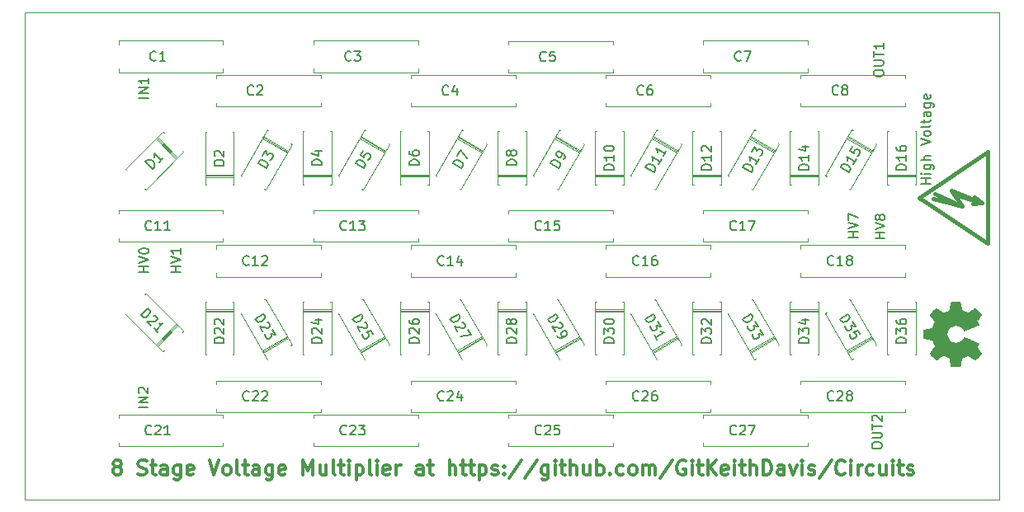
<source format=gbr>
G04 #@! TF.GenerationSoftware,KiCad,Pcbnew,5.1.4-e60b266~84~ubuntu16.04.1*
G04 #@! TF.CreationDate,2019-10-09T00:35:46-05:00*
G04 #@! TF.ProjectId,8x10p,38783130-702e-46b6-9963-61645f706362,rev?*
G04 #@! TF.SameCoordinates,Original*
G04 #@! TF.FileFunction,Legend,Top*
G04 #@! TF.FilePolarity,Positive*
%FSLAX46Y46*%
G04 Gerber Fmt 4.6, Leading zero omitted, Abs format (unit mm)*
G04 Created by KiCad (PCBNEW 5.1.4-e60b266~84~ubuntu16.04.1) date 2019-10-09 00:35:46*
%MOMM*%
%LPD*%
G04 APERTURE LIST*
%ADD10C,0.050000*%
%ADD11C,0.300000*%
%ADD12C,0.010000*%
%ADD13C,0.381000*%
%ADD14C,0.120000*%
%ADD15C,0.150000*%
G04 APERTURE END LIST*
D10*
X50000000Y-100000000D02*
X50000000Y-50000000D01*
X150000000Y-100000000D02*
X50000000Y-100000000D01*
X150000000Y-50000000D02*
X150000000Y-100000000D01*
X50000000Y-50000000D02*
X150000000Y-50000000D01*
D11*
X59366428Y-96621428D02*
X59223571Y-96550000D01*
X59152142Y-96478571D01*
X59080714Y-96335714D01*
X59080714Y-96264285D01*
X59152142Y-96121428D01*
X59223571Y-96050000D01*
X59366428Y-95978571D01*
X59652142Y-95978571D01*
X59795000Y-96050000D01*
X59866428Y-96121428D01*
X59937857Y-96264285D01*
X59937857Y-96335714D01*
X59866428Y-96478571D01*
X59795000Y-96550000D01*
X59652142Y-96621428D01*
X59366428Y-96621428D01*
X59223571Y-96692857D01*
X59152142Y-96764285D01*
X59080714Y-96907142D01*
X59080714Y-97192857D01*
X59152142Y-97335714D01*
X59223571Y-97407142D01*
X59366428Y-97478571D01*
X59652142Y-97478571D01*
X59795000Y-97407142D01*
X59866428Y-97335714D01*
X59937857Y-97192857D01*
X59937857Y-96907142D01*
X59866428Y-96764285D01*
X59795000Y-96692857D01*
X59652142Y-96621428D01*
X61652142Y-97407142D02*
X61866428Y-97478571D01*
X62223571Y-97478571D01*
X62366428Y-97407142D01*
X62437857Y-97335714D01*
X62509285Y-97192857D01*
X62509285Y-97050000D01*
X62437857Y-96907142D01*
X62366428Y-96835714D01*
X62223571Y-96764285D01*
X61937857Y-96692857D01*
X61795000Y-96621428D01*
X61723571Y-96550000D01*
X61652142Y-96407142D01*
X61652142Y-96264285D01*
X61723571Y-96121428D01*
X61795000Y-96050000D01*
X61937857Y-95978571D01*
X62295000Y-95978571D01*
X62509285Y-96050000D01*
X62937857Y-96478571D02*
X63509285Y-96478571D01*
X63152142Y-95978571D02*
X63152142Y-97264285D01*
X63223571Y-97407142D01*
X63366428Y-97478571D01*
X63509285Y-97478571D01*
X64652142Y-97478571D02*
X64652142Y-96692857D01*
X64580714Y-96550000D01*
X64437857Y-96478571D01*
X64152142Y-96478571D01*
X64009285Y-96550000D01*
X64652142Y-97407142D02*
X64509285Y-97478571D01*
X64152142Y-97478571D01*
X64009285Y-97407142D01*
X63937857Y-97264285D01*
X63937857Y-97121428D01*
X64009285Y-96978571D01*
X64152142Y-96907142D01*
X64509285Y-96907142D01*
X64652142Y-96835714D01*
X66009285Y-96478571D02*
X66009285Y-97692857D01*
X65937857Y-97835714D01*
X65866428Y-97907142D01*
X65723571Y-97978571D01*
X65509285Y-97978571D01*
X65366428Y-97907142D01*
X66009285Y-97407142D02*
X65866428Y-97478571D01*
X65580714Y-97478571D01*
X65437857Y-97407142D01*
X65366428Y-97335714D01*
X65295000Y-97192857D01*
X65295000Y-96764285D01*
X65366428Y-96621428D01*
X65437857Y-96550000D01*
X65580714Y-96478571D01*
X65866428Y-96478571D01*
X66009285Y-96550000D01*
X67295000Y-97407142D02*
X67152142Y-97478571D01*
X66866428Y-97478571D01*
X66723571Y-97407142D01*
X66652142Y-97264285D01*
X66652142Y-96692857D01*
X66723571Y-96550000D01*
X66866428Y-96478571D01*
X67152142Y-96478571D01*
X67295000Y-96550000D01*
X67366428Y-96692857D01*
X67366428Y-96835714D01*
X66652142Y-96978571D01*
X68937857Y-95978571D02*
X69437857Y-97478571D01*
X69937857Y-95978571D01*
X70652142Y-97478571D02*
X70509285Y-97407142D01*
X70437857Y-97335714D01*
X70366428Y-97192857D01*
X70366428Y-96764285D01*
X70437857Y-96621428D01*
X70509285Y-96550000D01*
X70652142Y-96478571D01*
X70866428Y-96478571D01*
X71009285Y-96550000D01*
X71080714Y-96621428D01*
X71152142Y-96764285D01*
X71152142Y-97192857D01*
X71080714Y-97335714D01*
X71009285Y-97407142D01*
X70866428Y-97478571D01*
X70652142Y-97478571D01*
X72009285Y-97478571D02*
X71866428Y-97407142D01*
X71795000Y-97264285D01*
X71795000Y-95978571D01*
X72366428Y-96478571D02*
X72937857Y-96478571D01*
X72580714Y-95978571D02*
X72580714Y-97264285D01*
X72652142Y-97407142D01*
X72795000Y-97478571D01*
X72937857Y-97478571D01*
X74080714Y-97478571D02*
X74080714Y-96692857D01*
X74009285Y-96550000D01*
X73866428Y-96478571D01*
X73580714Y-96478571D01*
X73437857Y-96550000D01*
X74080714Y-97407142D02*
X73937857Y-97478571D01*
X73580714Y-97478571D01*
X73437857Y-97407142D01*
X73366428Y-97264285D01*
X73366428Y-97121428D01*
X73437857Y-96978571D01*
X73580714Y-96907142D01*
X73937857Y-96907142D01*
X74080714Y-96835714D01*
X75437857Y-96478571D02*
X75437857Y-97692857D01*
X75366428Y-97835714D01*
X75295000Y-97907142D01*
X75152142Y-97978571D01*
X74937857Y-97978571D01*
X74795000Y-97907142D01*
X75437857Y-97407142D02*
X75295000Y-97478571D01*
X75009285Y-97478571D01*
X74866428Y-97407142D01*
X74795000Y-97335714D01*
X74723571Y-97192857D01*
X74723571Y-96764285D01*
X74795000Y-96621428D01*
X74866428Y-96550000D01*
X75009285Y-96478571D01*
X75295000Y-96478571D01*
X75437857Y-96550000D01*
X76723571Y-97407142D02*
X76580714Y-97478571D01*
X76295000Y-97478571D01*
X76152142Y-97407142D01*
X76080714Y-97264285D01*
X76080714Y-96692857D01*
X76152142Y-96550000D01*
X76295000Y-96478571D01*
X76580714Y-96478571D01*
X76723571Y-96550000D01*
X76795000Y-96692857D01*
X76795000Y-96835714D01*
X76080714Y-96978571D01*
X78580714Y-97478571D02*
X78580714Y-95978571D01*
X79080714Y-97050000D01*
X79580714Y-95978571D01*
X79580714Y-97478571D01*
X80937857Y-96478571D02*
X80937857Y-97478571D01*
X80295000Y-96478571D02*
X80295000Y-97264285D01*
X80366428Y-97407142D01*
X80509285Y-97478571D01*
X80723571Y-97478571D01*
X80866428Y-97407142D01*
X80937857Y-97335714D01*
X81866428Y-97478571D02*
X81723571Y-97407142D01*
X81652142Y-97264285D01*
X81652142Y-95978571D01*
X82223571Y-96478571D02*
X82795000Y-96478571D01*
X82437857Y-95978571D02*
X82437857Y-97264285D01*
X82509285Y-97407142D01*
X82652142Y-97478571D01*
X82795000Y-97478571D01*
X83295000Y-97478571D02*
X83295000Y-96478571D01*
X83295000Y-95978571D02*
X83223571Y-96050000D01*
X83295000Y-96121428D01*
X83366428Y-96050000D01*
X83295000Y-95978571D01*
X83295000Y-96121428D01*
X84009285Y-96478571D02*
X84009285Y-97978571D01*
X84009285Y-96550000D02*
X84152142Y-96478571D01*
X84437857Y-96478571D01*
X84580714Y-96550000D01*
X84652142Y-96621428D01*
X84723571Y-96764285D01*
X84723571Y-97192857D01*
X84652142Y-97335714D01*
X84580714Y-97407142D01*
X84437857Y-97478571D01*
X84152142Y-97478571D01*
X84009285Y-97407142D01*
X85580714Y-97478571D02*
X85437857Y-97407142D01*
X85366428Y-97264285D01*
X85366428Y-95978571D01*
X86152142Y-97478571D02*
X86152142Y-96478571D01*
X86152142Y-95978571D02*
X86080714Y-96050000D01*
X86152142Y-96121428D01*
X86223571Y-96050000D01*
X86152142Y-95978571D01*
X86152142Y-96121428D01*
X87437857Y-97407142D02*
X87295000Y-97478571D01*
X87009285Y-97478571D01*
X86866428Y-97407142D01*
X86795000Y-97264285D01*
X86795000Y-96692857D01*
X86866428Y-96550000D01*
X87009285Y-96478571D01*
X87295000Y-96478571D01*
X87437857Y-96550000D01*
X87509285Y-96692857D01*
X87509285Y-96835714D01*
X86795000Y-96978571D01*
X88152142Y-97478571D02*
X88152142Y-96478571D01*
X88152142Y-96764285D02*
X88223571Y-96621428D01*
X88295000Y-96550000D01*
X88437857Y-96478571D01*
X88580714Y-96478571D01*
X90866428Y-97478571D02*
X90866428Y-96692857D01*
X90795000Y-96550000D01*
X90652142Y-96478571D01*
X90366428Y-96478571D01*
X90223571Y-96550000D01*
X90866428Y-97407142D02*
X90723571Y-97478571D01*
X90366428Y-97478571D01*
X90223571Y-97407142D01*
X90152142Y-97264285D01*
X90152142Y-97121428D01*
X90223571Y-96978571D01*
X90366428Y-96907142D01*
X90723571Y-96907142D01*
X90866428Y-96835714D01*
X91366428Y-96478571D02*
X91937857Y-96478571D01*
X91580714Y-95978571D02*
X91580714Y-97264285D01*
X91652142Y-97407142D01*
X91795000Y-97478571D01*
X91937857Y-97478571D01*
X93580714Y-97478571D02*
X93580714Y-95978571D01*
X94223571Y-97478571D02*
X94223571Y-96692857D01*
X94152142Y-96550000D01*
X94009285Y-96478571D01*
X93795000Y-96478571D01*
X93652142Y-96550000D01*
X93580714Y-96621428D01*
X94723571Y-96478571D02*
X95295000Y-96478571D01*
X94937857Y-95978571D02*
X94937857Y-97264285D01*
X95009285Y-97407142D01*
X95152142Y-97478571D01*
X95295000Y-97478571D01*
X95580714Y-96478571D02*
X96152142Y-96478571D01*
X95795000Y-95978571D02*
X95795000Y-97264285D01*
X95866428Y-97407142D01*
X96009285Y-97478571D01*
X96152142Y-97478571D01*
X96652142Y-96478571D02*
X96652142Y-97978571D01*
X96652142Y-96550000D02*
X96795000Y-96478571D01*
X97080714Y-96478571D01*
X97223571Y-96550000D01*
X97295000Y-96621428D01*
X97366428Y-96764285D01*
X97366428Y-97192857D01*
X97295000Y-97335714D01*
X97223571Y-97407142D01*
X97080714Y-97478571D01*
X96795000Y-97478571D01*
X96652142Y-97407142D01*
X97937857Y-97407142D02*
X98080714Y-97478571D01*
X98366428Y-97478571D01*
X98509285Y-97407142D01*
X98580714Y-97264285D01*
X98580714Y-97192857D01*
X98509285Y-97050000D01*
X98366428Y-96978571D01*
X98152142Y-96978571D01*
X98009285Y-96907142D01*
X97937857Y-96764285D01*
X97937857Y-96692857D01*
X98009285Y-96550000D01*
X98152142Y-96478571D01*
X98366428Y-96478571D01*
X98509285Y-96550000D01*
X99223571Y-97335714D02*
X99295000Y-97407142D01*
X99223571Y-97478571D01*
X99152142Y-97407142D01*
X99223571Y-97335714D01*
X99223571Y-97478571D01*
X99223571Y-96550000D02*
X99295000Y-96621428D01*
X99223571Y-96692857D01*
X99152142Y-96621428D01*
X99223571Y-96550000D01*
X99223571Y-96692857D01*
X101009285Y-95907142D02*
X99723571Y-97835714D01*
X102580714Y-95907142D02*
X101295000Y-97835714D01*
X103723571Y-96478571D02*
X103723571Y-97692857D01*
X103652142Y-97835714D01*
X103580714Y-97907142D01*
X103437857Y-97978571D01*
X103223571Y-97978571D01*
X103080714Y-97907142D01*
X103723571Y-97407142D02*
X103580714Y-97478571D01*
X103295000Y-97478571D01*
X103152142Y-97407142D01*
X103080714Y-97335714D01*
X103009285Y-97192857D01*
X103009285Y-96764285D01*
X103080714Y-96621428D01*
X103152142Y-96550000D01*
X103295000Y-96478571D01*
X103580714Y-96478571D01*
X103723571Y-96550000D01*
X104437857Y-97478571D02*
X104437857Y-96478571D01*
X104437857Y-95978571D02*
X104366428Y-96050000D01*
X104437857Y-96121428D01*
X104509285Y-96050000D01*
X104437857Y-95978571D01*
X104437857Y-96121428D01*
X104937857Y-96478571D02*
X105509285Y-96478571D01*
X105152142Y-95978571D02*
X105152142Y-97264285D01*
X105223571Y-97407142D01*
X105366428Y-97478571D01*
X105509285Y-97478571D01*
X106009285Y-97478571D02*
X106009285Y-95978571D01*
X106652142Y-97478571D02*
X106652142Y-96692857D01*
X106580714Y-96550000D01*
X106437857Y-96478571D01*
X106223571Y-96478571D01*
X106080714Y-96550000D01*
X106009285Y-96621428D01*
X108009285Y-96478571D02*
X108009285Y-97478571D01*
X107366428Y-96478571D02*
X107366428Y-97264285D01*
X107437857Y-97407142D01*
X107580714Y-97478571D01*
X107795000Y-97478571D01*
X107937857Y-97407142D01*
X108009285Y-97335714D01*
X108723571Y-97478571D02*
X108723571Y-95978571D01*
X108723571Y-96550000D02*
X108866428Y-96478571D01*
X109152142Y-96478571D01*
X109295000Y-96550000D01*
X109366428Y-96621428D01*
X109437857Y-96764285D01*
X109437857Y-97192857D01*
X109366428Y-97335714D01*
X109295000Y-97407142D01*
X109152142Y-97478571D01*
X108866428Y-97478571D01*
X108723571Y-97407142D01*
X110080714Y-97335714D02*
X110152142Y-97407142D01*
X110080714Y-97478571D01*
X110009285Y-97407142D01*
X110080714Y-97335714D01*
X110080714Y-97478571D01*
X111437857Y-97407142D02*
X111295000Y-97478571D01*
X111009285Y-97478571D01*
X110866428Y-97407142D01*
X110795000Y-97335714D01*
X110723571Y-97192857D01*
X110723571Y-96764285D01*
X110795000Y-96621428D01*
X110866428Y-96550000D01*
X111009285Y-96478571D01*
X111295000Y-96478571D01*
X111437857Y-96550000D01*
X112295000Y-97478571D02*
X112152142Y-97407142D01*
X112080714Y-97335714D01*
X112009285Y-97192857D01*
X112009285Y-96764285D01*
X112080714Y-96621428D01*
X112152142Y-96550000D01*
X112295000Y-96478571D01*
X112509285Y-96478571D01*
X112652142Y-96550000D01*
X112723571Y-96621428D01*
X112795000Y-96764285D01*
X112795000Y-97192857D01*
X112723571Y-97335714D01*
X112652142Y-97407142D01*
X112509285Y-97478571D01*
X112295000Y-97478571D01*
X113437857Y-97478571D02*
X113437857Y-96478571D01*
X113437857Y-96621428D02*
X113509285Y-96550000D01*
X113652142Y-96478571D01*
X113866428Y-96478571D01*
X114009285Y-96550000D01*
X114080714Y-96692857D01*
X114080714Y-97478571D01*
X114080714Y-96692857D02*
X114152142Y-96550000D01*
X114295000Y-96478571D01*
X114509285Y-96478571D01*
X114652142Y-96550000D01*
X114723571Y-96692857D01*
X114723571Y-97478571D01*
X116509285Y-95907142D02*
X115223571Y-97835714D01*
X117795000Y-96050000D02*
X117652142Y-95978571D01*
X117437857Y-95978571D01*
X117223571Y-96050000D01*
X117080714Y-96192857D01*
X117009285Y-96335714D01*
X116937857Y-96621428D01*
X116937857Y-96835714D01*
X117009285Y-97121428D01*
X117080714Y-97264285D01*
X117223571Y-97407142D01*
X117437857Y-97478571D01*
X117580714Y-97478571D01*
X117795000Y-97407142D01*
X117866428Y-97335714D01*
X117866428Y-96835714D01*
X117580714Y-96835714D01*
X118509285Y-97478571D02*
X118509285Y-96478571D01*
X118509285Y-95978571D02*
X118437857Y-96050000D01*
X118509285Y-96121428D01*
X118580714Y-96050000D01*
X118509285Y-95978571D01*
X118509285Y-96121428D01*
X119009285Y-96478571D02*
X119580714Y-96478571D01*
X119223571Y-95978571D02*
X119223571Y-97264285D01*
X119295000Y-97407142D01*
X119437857Y-97478571D01*
X119580714Y-97478571D01*
X120080714Y-97478571D02*
X120080714Y-95978571D01*
X120937857Y-97478571D02*
X120295000Y-96621428D01*
X120937857Y-95978571D02*
X120080714Y-96835714D01*
X122152142Y-97407142D02*
X122009285Y-97478571D01*
X121723571Y-97478571D01*
X121580714Y-97407142D01*
X121509285Y-97264285D01*
X121509285Y-96692857D01*
X121580714Y-96550000D01*
X121723571Y-96478571D01*
X122009285Y-96478571D01*
X122152142Y-96550000D01*
X122223571Y-96692857D01*
X122223571Y-96835714D01*
X121509285Y-96978571D01*
X122866428Y-97478571D02*
X122866428Y-96478571D01*
X122866428Y-95978571D02*
X122795000Y-96050000D01*
X122866428Y-96121428D01*
X122937857Y-96050000D01*
X122866428Y-95978571D01*
X122866428Y-96121428D01*
X123366428Y-96478571D02*
X123937857Y-96478571D01*
X123580714Y-95978571D02*
X123580714Y-97264285D01*
X123652142Y-97407142D01*
X123795000Y-97478571D01*
X123937857Y-97478571D01*
X124437857Y-97478571D02*
X124437857Y-95978571D01*
X125080714Y-97478571D02*
X125080714Y-96692857D01*
X125009285Y-96550000D01*
X124866428Y-96478571D01*
X124652142Y-96478571D01*
X124509285Y-96550000D01*
X124437857Y-96621428D01*
X125795000Y-97478571D02*
X125795000Y-95978571D01*
X126152142Y-95978571D01*
X126366428Y-96050000D01*
X126509285Y-96192857D01*
X126580714Y-96335714D01*
X126652142Y-96621428D01*
X126652142Y-96835714D01*
X126580714Y-97121428D01*
X126509285Y-97264285D01*
X126366428Y-97407142D01*
X126152142Y-97478571D01*
X125795000Y-97478571D01*
X127937857Y-97478571D02*
X127937857Y-96692857D01*
X127866428Y-96550000D01*
X127723571Y-96478571D01*
X127437857Y-96478571D01*
X127295000Y-96550000D01*
X127937857Y-97407142D02*
X127795000Y-97478571D01*
X127437857Y-97478571D01*
X127295000Y-97407142D01*
X127223571Y-97264285D01*
X127223571Y-97121428D01*
X127295000Y-96978571D01*
X127437857Y-96907142D01*
X127795000Y-96907142D01*
X127937857Y-96835714D01*
X128509285Y-96478571D02*
X128866428Y-97478571D01*
X129223571Y-96478571D01*
X129795000Y-97478571D02*
X129795000Y-96478571D01*
X129795000Y-95978571D02*
X129723571Y-96050000D01*
X129795000Y-96121428D01*
X129866428Y-96050000D01*
X129795000Y-95978571D01*
X129795000Y-96121428D01*
X130437857Y-97407142D02*
X130580714Y-97478571D01*
X130866428Y-97478571D01*
X131009285Y-97407142D01*
X131080714Y-97264285D01*
X131080714Y-97192857D01*
X131009285Y-97050000D01*
X130866428Y-96978571D01*
X130652142Y-96978571D01*
X130509285Y-96907142D01*
X130437857Y-96764285D01*
X130437857Y-96692857D01*
X130509285Y-96550000D01*
X130652142Y-96478571D01*
X130866428Y-96478571D01*
X131009285Y-96550000D01*
X132795000Y-95907142D02*
X131509285Y-97835714D01*
X134152142Y-97335714D02*
X134080714Y-97407142D01*
X133866428Y-97478571D01*
X133723571Y-97478571D01*
X133509285Y-97407142D01*
X133366428Y-97264285D01*
X133295000Y-97121428D01*
X133223571Y-96835714D01*
X133223571Y-96621428D01*
X133295000Y-96335714D01*
X133366428Y-96192857D01*
X133509285Y-96050000D01*
X133723571Y-95978571D01*
X133866428Y-95978571D01*
X134080714Y-96050000D01*
X134152142Y-96121428D01*
X134795000Y-97478571D02*
X134795000Y-96478571D01*
X134795000Y-95978571D02*
X134723571Y-96050000D01*
X134795000Y-96121428D01*
X134866428Y-96050000D01*
X134795000Y-95978571D01*
X134795000Y-96121428D01*
X135509285Y-97478571D02*
X135509285Y-96478571D01*
X135509285Y-96764285D02*
X135580714Y-96621428D01*
X135652142Y-96550000D01*
X135795000Y-96478571D01*
X135937857Y-96478571D01*
X137080714Y-97407142D02*
X136937857Y-97478571D01*
X136652142Y-97478571D01*
X136509285Y-97407142D01*
X136437857Y-97335714D01*
X136366428Y-97192857D01*
X136366428Y-96764285D01*
X136437857Y-96621428D01*
X136509285Y-96550000D01*
X136652142Y-96478571D01*
X136937857Y-96478571D01*
X137080714Y-96550000D01*
X138366428Y-96478571D02*
X138366428Y-97478571D01*
X137723571Y-96478571D02*
X137723571Y-97264285D01*
X137795000Y-97407142D01*
X137937857Y-97478571D01*
X138152142Y-97478571D01*
X138295000Y-97407142D01*
X138366428Y-97335714D01*
X139080714Y-97478571D02*
X139080714Y-96478571D01*
X139080714Y-95978571D02*
X139009285Y-96050000D01*
X139080714Y-96121428D01*
X139152142Y-96050000D01*
X139080714Y-95978571D01*
X139080714Y-96121428D01*
X139580714Y-96478571D02*
X140152142Y-96478571D01*
X139795000Y-95978571D02*
X139795000Y-97264285D01*
X139866428Y-97407142D01*
X140009285Y-97478571D01*
X140152142Y-97478571D01*
X140580714Y-97407142D02*
X140723571Y-97478571D01*
X141009285Y-97478571D01*
X141152142Y-97407142D01*
X141223571Y-97264285D01*
X141223571Y-97192857D01*
X141152142Y-97050000D01*
X141009285Y-96978571D01*
X140795000Y-96978571D01*
X140652142Y-96907142D01*
X140580714Y-96764285D01*
X140580714Y-96692857D01*
X140652142Y-96550000D01*
X140795000Y-96478571D01*
X141009285Y-96478571D01*
X141152142Y-96550000D01*
D12*
G04 #@! TO.C,REF\002A\002A*
G36*
X142668931Y-82444186D02*
G01*
X143113555Y-82360365D01*
X143241053Y-82051080D01*
X143368551Y-81741794D01*
X143116246Y-81370754D01*
X143045996Y-81266843D01*
X142983272Y-81172913D01*
X142930938Y-81093348D01*
X142891857Y-81032530D01*
X142868893Y-80994843D01*
X142863942Y-80984579D01*
X142876676Y-80966090D01*
X142911882Y-80926580D01*
X142965062Y-80870478D01*
X143031718Y-80802213D01*
X143107354Y-80726214D01*
X143187472Y-80646908D01*
X143267574Y-80568725D01*
X143343164Y-80496093D01*
X143409745Y-80433441D01*
X143462818Y-80385197D01*
X143497887Y-80355790D01*
X143509623Y-80348759D01*
X143531260Y-80358877D01*
X143578662Y-80387241D01*
X143647193Y-80430871D01*
X143732215Y-80486782D01*
X143829093Y-80551994D01*
X143884350Y-80589781D01*
X143985248Y-80658657D01*
X144076299Y-80719860D01*
X144152970Y-80770422D01*
X144210728Y-80807372D01*
X144245043Y-80827742D01*
X144252254Y-80830803D01*
X144272748Y-80823864D01*
X144320513Y-80804949D01*
X144388832Y-80776913D01*
X144470989Y-80742609D01*
X144560270Y-80704891D01*
X144649958Y-80666613D01*
X144733338Y-80630630D01*
X144803694Y-80599794D01*
X144854310Y-80576961D01*
X144878471Y-80564983D01*
X144879422Y-80564276D01*
X144884036Y-80545469D01*
X144894328Y-80495382D01*
X144909287Y-80419207D01*
X144927901Y-80322135D01*
X144949159Y-80209357D01*
X144961418Y-80143558D01*
X144984362Y-80023050D01*
X145006195Y-79914203D01*
X145025722Y-79822524D01*
X145041748Y-79753519D01*
X145053079Y-79712696D01*
X145056674Y-79704489D01*
X145081006Y-79696452D01*
X145135959Y-79689967D01*
X145215108Y-79685030D01*
X145312026Y-79681636D01*
X145420287Y-79679782D01*
X145533465Y-79679462D01*
X145645135Y-79680673D01*
X145748868Y-79683410D01*
X145838241Y-79687669D01*
X145906826Y-79693445D01*
X145948197Y-79700733D01*
X145956810Y-79705105D01*
X145967133Y-79731236D01*
X145981892Y-79786607D01*
X145999352Y-79863893D01*
X146017780Y-79955770D01*
X146023741Y-79987842D01*
X146052066Y-80142476D01*
X146074876Y-80264625D01*
X146093080Y-80358327D01*
X146107583Y-80427616D01*
X146119292Y-80476529D01*
X146129115Y-80509103D01*
X146137956Y-80529372D01*
X146146724Y-80541374D01*
X146148457Y-80543053D01*
X146176371Y-80559816D01*
X146230695Y-80585386D01*
X146304777Y-80617212D01*
X146391965Y-80652740D01*
X146485608Y-80689417D01*
X146579052Y-80724689D01*
X146665647Y-80756004D01*
X146738740Y-80780807D01*
X146791678Y-80796546D01*
X146817811Y-80800668D01*
X146818726Y-80800324D01*
X146840086Y-80786359D01*
X146887084Y-80754678D01*
X146954827Y-80708609D01*
X147038423Y-80651482D01*
X147132982Y-80586627D01*
X147159854Y-80568157D01*
X147257275Y-80502301D01*
X147346163Y-80444350D01*
X147421412Y-80397462D01*
X147477920Y-80364793D01*
X147510581Y-80349500D01*
X147514593Y-80348759D01*
X147535684Y-80361608D01*
X147577464Y-80397112D01*
X147635445Y-80450707D01*
X147705135Y-80517829D01*
X147782045Y-80593913D01*
X147861683Y-80674396D01*
X147939561Y-80754713D01*
X148011186Y-80830301D01*
X148072070Y-80896595D01*
X148117721Y-80949031D01*
X148143650Y-80983045D01*
X148147883Y-80992455D01*
X148137912Y-81014357D01*
X148111020Y-81059200D01*
X148071736Y-81119679D01*
X148040117Y-81166211D01*
X147982098Y-81250525D01*
X147913784Y-81350374D01*
X147845579Y-81450527D01*
X147809075Y-81504373D01*
X147685800Y-81686629D01*
X147768520Y-81839619D01*
X147804759Y-81909318D01*
X147832926Y-81968586D01*
X147848991Y-82008689D01*
X147851226Y-82018897D01*
X147834722Y-82031171D01*
X147788082Y-82055387D01*
X147715609Y-82089737D01*
X147621606Y-82132412D01*
X147510374Y-82181606D01*
X147386215Y-82235510D01*
X147253432Y-82292316D01*
X147116327Y-82350218D01*
X146979202Y-82407407D01*
X146846358Y-82462076D01*
X146722098Y-82512416D01*
X146610725Y-82556620D01*
X146516539Y-82592881D01*
X146443844Y-82619391D01*
X146396941Y-82634342D01*
X146380833Y-82636746D01*
X146360286Y-82617689D01*
X146326933Y-82575964D01*
X146287702Y-82520294D01*
X146284599Y-82515622D01*
X146169423Y-82371736D01*
X146035053Y-82255717D01*
X145885784Y-82168570D01*
X145725913Y-82111301D01*
X145559737Y-82084914D01*
X145391552Y-82090415D01*
X145225655Y-82128810D01*
X145066342Y-82201105D01*
X145031487Y-82222374D01*
X144890737Y-82333004D01*
X144777714Y-82463698D01*
X144693003Y-82609936D01*
X144637194Y-82767192D01*
X144610874Y-82930943D01*
X144614630Y-83096667D01*
X144649050Y-83259838D01*
X144714723Y-83415935D01*
X144812235Y-83560433D01*
X144851813Y-83605131D01*
X144975703Y-83718888D01*
X145106124Y-83801782D01*
X145252315Y-83858644D01*
X145397088Y-83890313D01*
X145559860Y-83898131D01*
X145723440Y-83872062D01*
X145882298Y-83814755D01*
X146030906Y-83728856D01*
X146163735Y-83617014D01*
X146275256Y-83481877D01*
X146287011Y-83464117D01*
X146325508Y-83407850D01*
X146358863Y-83365077D01*
X146380160Y-83344628D01*
X146380833Y-83344331D01*
X146403871Y-83348721D01*
X146456157Y-83366124D01*
X146533390Y-83394732D01*
X146631268Y-83432735D01*
X146745491Y-83478326D01*
X146871758Y-83529697D01*
X147005767Y-83585038D01*
X147143218Y-83642542D01*
X147279808Y-83700399D01*
X147411237Y-83756802D01*
X147533205Y-83809942D01*
X147641409Y-83858010D01*
X147731549Y-83899199D01*
X147799323Y-83931699D01*
X147840430Y-83953703D01*
X147851226Y-83962564D01*
X147842819Y-83989640D01*
X147820272Y-84040303D01*
X147787613Y-84105817D01*
X147768520Y-84141841D01*
X147685800Y-84294832D01*
X147809075Y-84477088D01*
X147872228Y-84570125D01*
X147941727Y-84671985D01*
X148007165Y-84767438D01*
X148040117Y-84815250D01*
X148085273Y-84882495D01*
X148121057Y-84939436D01*
X148142938Y-84978646D01*
X148147563Y-84991381D01*
X148135085Y-85009917D01*
X148100252Y-85050941D01*
X148046678Y-85110475D01*
X147977983Y-85184542D01*
X147897781Y-85269165D01*
X147846286Y-85322685D01*
X147754286Y-85416319D01*
X147671999Y-85497241D01*
X147602945Y-85562177D01*
X147550644Y-85607858D01*
X147518616Y-85631011D01*
X147512116Y-85633232D01*
X147487394Y-85622924D01*
X147437405Y-85594439D01*
X147367212Y-85550937D01*
X147281875Y-85495577D01*
X147186456Y-85431520D01*
X147159854Y-85413303D01*
X147063167Y-85346927D01*
X146976117Y-85287378D01*
X146903595Y-85237984D01*
X146850493Y-85202075D01*
X146821703Y-85182981D01*
X146818726Y-85181136D01*
X146795782Y-85183895D01*
X146745336Y-85198538D01*
X146674041Y-85222513D01*
X146588547Y-85253266D01*
X146495507Y-85288244D01*
X146401574Y-85324893D01*
X146313399Y-85360661D01*
X146237634Y-85392994D01*
X146180931Y-85419338D01*
X146149943Y-85437142D01*
X146148457Y-85438407D01*
X146139601Y-85449294D01*
X146130843Y-85467682D01*
X146121277Y-85497606D01*
X146109996Y-85543103D01*
X146096093Y-85608209D01*
X146078663Y-85696961D01*
X146056798Y-85813393D01*
X146029591Y-85961542D01*
X146023741Y-85993618D01*
X146005374Y-86088686D01*
X145987405Y-86171565D01*
X145971569Y-86234930D01*
X145959600Y-86271458D01*
X145956810Y-86276356D01*
X145932072Y-86284427D01*
X145876790Y-86290987D01*
X145797389Y-86296033D01*
X145700296Y-86299559D01*
X145591938Y-86301561D01*
X145478740Y-86302036D01*
X145367128Y-86300977D01*
X145263529Y-86298382D01*
X145174368Y-86294246D01*
X145106072Y-86288563D01*
X145065066Y-86281331D01*
X145056674Y-86276971D01*
X145048208Y-86252698D01*
X145034435Y-86197426D01*
X145016550Y-86116662D01*
X144995748Y-86015912D01*
X144973223Y-85900683D01*
X144961418Y-85837902D01*
X144939151Y-85718787D01*
X144918979Y-85612565D01*
X144901915Y-85524427D01*
X144888969Y-85459566D01*
X144881155Y-85423174D01*
X144879422Y-85417184D01*
X144859890Y-85407061D01*
X144812843Y-85385662D01*
X144745003Y-85355839D01*
X144663091Y-85320445D01*
X144573828Y-85282332D01*
X144483935Y-85244353D01*
X144400135Y-85209360D01*
X144329147Y-85180206D01*
X144277694Y-85159743D01*
X144252497Y-85150823D01*
X144251396Y-85150657D01*
X144231519Y-85160769D01*
X144185777Y-85189117D01*
X144118717Y-85232723D01*
X144034884Y-85288606D01*
X143938826Y-85353787D01*
X143883650Y-85391679D01*
X143782481Y-85460725D01*
X143690630Y-85522050D01*
X143612744Y-85572663D01*
X143553469Y-85609571D01*
X143517451Y-85629782D01*
X143509377Y-85632701D01*
X143490584Y-85620153D01*
X143450457Y-85585463D01*
X143393493Y-85533063D01*
X143324185Y-85467384D01*
X143247031Y-85392856D01*
X143166525Y-85313913D01*
X143087163Y-85234983D01*
X143013440Y-85160500D01*
X142949852Y-85094894D01*
X142900894Y-85042596D01*
X142871061Y-85008039D01*
X142863942Y-84996478D01*
X142873953Y-84977654D01*
X142902078Y-84932631D01*
X142945454Y-84865787D01*
X143001218Y-84781499D01*
X143066506Y-84684144D01*
X143116246Y-84610707D01*
X143368551Y-84239667D01*
X143113555Y-83621095D01*
X142668931Y-83537275D01*
X142224307Y-83453454D01*
X142224307Y-82528006D01*
X142668931Y-82444186D01*
X142668931Y-82444186D01*
G37*
X142668931Y-82444186D02*
X143113555Y-82360365D01*
X143241053Y-82051080D01*
X143368551Y-81741794D01*
X143116246Y-81370754D01*
X143045996Y-81266843D01*
X142983272Y-81172913D01*
X142930938Y-81093348D01*
X142891857Y-81032530D01*
X142868893Y-80994843D01*
X142863942Y-80984579D01*
X142876676Y-80966090D01*
X142911882Y-80926580D01*
X142965062Y-80870478D01*
X143031718Y-80802213D01*
X143107354Y-80726214D01*
X143187472Y-80646908D01*
X143267574Y-80568725D01*
X143343164Y-80496093D01*
X143409745Y-80433441D01*
X143462818Y-80385197D01*
X143497887Y-80355790D01*
X143509623Y-80348759D01*
X143531260Y-80358877D01*
X143578662Y-80387241D01*
X143647193Y-80430871D01*
X143732215Y-80486782D01*
X143829093Y-80551994D01*
X143884350Y-80589781D01*
X143985248Y-80658657D01*
X144076299Y-80719860D01*
X144152970Y-80770422D01*
X144210728Y-80807372D01*
X144245043Y-80827742D01*
X144252254Y-80830803D01*
X144272748Y-80823864D01*
X144320513Y-80804949D01*
X144388832Y-80776913D01*
X144470989Y-80742609D01*
X144560270Y-80704891D01*
X144649958Y-80666613D01*
X144733338Y-80630630D01*
X144803694Y-80599794D01*
X144854310Y-80576961D01*
X144878471Y-80564983D01*
X144879422Y-80564276D01*
X144884036Y-80545469D01*
X144894328Y-80495382D01*
X144909287Y-80419207D01*
X144927901Y-80322135D01*
X144949159Y-80209357D01*
X144961418Y-80143558D01*
X144984362Y-80023050D01*
X145006195Y-79914203D01*
X145025722Y-79822524D01*
X145041748Y-79753519D01*
X145053079Y-79712696D01*
X145056674Y-79704489D01*
X145081006Y-79696452D01*
X145135959Y-79689967D01*
X145215108Y-79685030D01*
X145312026Y-79681636D01*
X145420287Y-79679782D01*
X145533465Y-79679462D01*
X145645135Y-79680673D01*
X145748868Y-79683410D01*
X145838241Y-79687669D01*
X145906826Y-79693445D01*
X145948197Y-79700733D01*
X145956810Y-79705105D01*
X145967133Y-79731236D01*
X145981892Y-79786607D01*
X145999352Y-79863893D01*
X146017780Y-79955770D01*
X146023741Y-79987842D01*
X146052066Y-80142476D01*
X146074876Y-80264625D01*
X146093080Y-80358327D01*
X146107583Y-80427616D01*
X146119292Y-80476529D01*
X146129115Y-80509103D01*
X146137956Y-80529372D01*
X146146724Y-80541374D01*
X146148457Y-80543053D01*
X146176371Y-80559816D01*
X146230695Y-80585386D01*
X146304777Y-80617212D01*
X146391965Y-80652740D01*
X146485608Y-80689417D01*
X146579052Y-80724689D01*
X146665647Y-80756004D01*
X146738740Y-80780807D01*
X146791678Y-80796546D01*
X146817811Y-80800668D01*
X146818726Y-80800324D01*
X146840086Y-80786359D01*
X146887084Y-80754678D01*
X146954827Y-80708609D01*
X147038423Y-80651482D01*
X147132982Y-80586627D01*
X147159854Y-80568157D01*
X147257275Y-80502301D01*
X147346163Y-80444350D01*
X147421412Y-80397462D01*
X147477920Y-80364793D01*
X147510581Y-80349500D01*
X147514593Y-80348759D01*
X147535684Y-80361608D01*
X147577464Y-80397112D01*
X147635445Y-80450707D01*
X147705135Y-80517829D01*
X147782045Y-80593913D01*
X147861683Y-80674396D01*
X147939561Y-80754713D01*
X148011186Y-80830301D01*
X148072070Y-80896595D01*
X148117721Y-80949031D01*
X148143650Y-80983045D01*
X148147883Y-80992455D01*
X148137912Y-81014357D01*
X148111020Y-81059200D01*
X148071736Y-81119679D01*
X148040117Y-81166211D01*
X147982098Y-81250525D01*
X147913784Y-81350374D01*
X147845579Y-81450527D01*
X147809075Y-81504373D01*
X147685800Y-81686629D01*
X147768520Y-81839619D01*
X147804759Y-81909318D01*
X147832926Y-81968586D01*
X147848991Y-82008689D01*
X147851226Y-82018897D01*
X147834722Y-82031171D01*
X147788082Y-82055387D01*
X147715609Y-82089737D01*
X147621606Y-82132412D01*
X147510374Y-82181606D01*
X147386215Y-82235510D01*
X147253432Y-82292316D01*
X147116327Y-82350218D01*
X146979202Y-82407407D01*
X146846358Y-82462076D01*
X146722098Y-82512416D01*
X146610725Y-82556620D01*
X146516539Y-82592881D01*
X146443844Y-82619391D01*
X146396941Y-82634342D01*
X146380833Y-82636746D01*
X146360286Y-82617689D01*
X146326933Y-82575964D01*
X146287702Y-82520294D01*
X146284599Y-82515622D01*
X146169423Y-82371736D01*
X146035053Y-82255717D01*
X145885784Y-82168570D01*
X145725913Y-82111301D01*
X145559737Y-82084914D01*
X145391552Y-82090415D01*
X145225655Y-82128810D01*
X145066342Y-82201105D01*
X145031487Y-82222374D01*
X144890737Y-82333004D01*
X144777714Y-82463698D01*
X144693003Y-82609936D01*
X144637194Y-82767192D01*
X144610874Y-82930943D01*
X144614630Y-83096667D01*
X144649050Y-83259838D01*
X144714723Y-83415935D01*
X144812235Y-83560433D01*
X144851813Y-83605131D01*
X144975703Y-83718888D01*
X145106124Y-83801782D01*
X145252315Y-83858644D01*
X145397088Y-83890313D01*
X145559860Y-83898131D01*
X145723440Y-83872062D01*
X145882298Y-83814755D01*
X146030906Y-83728856D01*
X146163735Y-83617014D01*
X146275256Y-83481877D01*
X146287011Y-83464117D01*
X146325508Y-83407850D01*
X146358863Y-83365077D01*
X146380160Y-83344628D01*
X146380833Y-83344331D01*
X146403871Y-83348721D01*
X146456157Y-83366124D01*
X146533390Y-83394732D01*
X146631268Y-83432735D01*
X146745491Y-83478326D01*
X146871758Y-83529697D01*
X147005767Y-83585038D01*
X147143218Y-83642542D01*
X147279808Y-83700399D01*
X147411237Y-83756802D01*
X147533205Y-83809942D01*
X147641409Y-83858010D01*
X147731549Y-83899199D01*
X147799323Y-83931699D01*
X147840430Y-83953703D01*
X147851226Y-83962564D01*
X147842819Y-83989640D01*
X147820272Y-84040303D01*
X147787613Y-84105817D01*
X147768520Y-84141841D01*
X147685800Y-84294832D01*
X147809075Y-84477088D01*
X147872228Y-84570125D01*
X147941727Y-84671985D01*
X148007165Y-84767438D01*
X148040117Y-84815250D01*
X148085273Y-84882495D01*
X148121057Y-84939436D01*
X148142938Y-84978646D01*
X148147563Y-84991381D01*
X148135085Y-85009917D01*
X148100252Y-85050941D01*
X148046678Y-85110475D01*
X147977983Y-85184542D01*
X147897781Y-85269165D01*
X147846286Y-85322685D01*
X147754286Y-85416319D01*
X147671999Y-85497241D01*
X147602945Y-85562177D01*
X147550644Y-85607858D01*
X147518616Y-85631011D01*
X147512116Y-85633232D01*
X147487394Y-85622924D01*
X147437405Y-85594439D01*
X147367212Y-85550937D01*
X147281875Y-85495577D01*
X147186456Y-85431520D01*
X147159854Y-85413303D01*
X147063167Y-85346927D01*
X146976117Y-85287378D01*
X146903595Y-85237984D01*
X146850493Y-85202075D01*
X146821703Y-85182981D01*
X146818726Y-85181136D01*
X146795782Y-85183895D01*
X146745336Y-85198538D01*
X146674041Y-85222513D01*
X146588547Y-85253266D01*
X146495507Y-85288244D01*
X146401574Y-85324893D01*
X146313399Y-85360661D01*
X146237634Y-85392994D01*
X146180931Y-85419338D01*
X146149943Y-85437142D01*
X146148457Y-85438407D01*
X146139601Y-85449294D01*
X146130843Y-85467682D01*
X146121277Y-85497606D01*
X146109996Y-85543103D01*
X146096093Y-85608209D01*
X146078663Y-85696961D01*
X146056798Y-85813393D01*
X146029591Y-85961542D01*
X146023741Y-85993618D01*
X146005374Y-86088686D01*
X145987405Y-86171565D01*
X145971569Y-86234930D01*
X145959600Y-86271458D01*
X145956810Y-86276356D01*
X145932072Y-86284427D01*
X145876790Y-86290987D01*
X145797389Y-86296033D01*
X145700296Y-86299559D01*
X145591938Y-86301561D01*
X145478740Y-86302036D01*
X145367128Y-86300977D01*
X145263529Y-86298382D01*
X145174368Y-86294246D01*
X145106072Y-86288563D01*
X145065066Y-86281331D01*
X145056674Y-86276971D01*
X145048208Y-86252698D01*
X145034435Y-86197426D01*
X145016550Y-86116662D01*
X144995748Y-86015912D01*
X144973223Y-85900683D01*
X144961418Y-85837902D01*
X144939151Y-85718787D01*
X144918979Y-85612565D01*
X144901915Y-85524427D01*
X144888969Y-85459566D01*
X144881155Y-85423174D01*
X144879422Y-85417184D01*
X144859890Y-85407061D01*
X144812843Y-85385662D01*
X144745003Y-85355839D01*
X144663091Y-85320445D01*
X144573828Y-85282332D01*
X144483935Y-85244353D01*
X144400135Y-85209360D01*
X144329147Y-85180206D01*
X144277694Y-85159743D01*
X144252497Y-85150823D01*
X144251396Y-85150657D01*
X144231519Y-85160769D01*
X144185777Y-85189117D01*
X144118717Y-85232723D01*
X144034884Y-85288606D01*
X143938826Y-85353787D01*
X143883650Y-85391679D01*
X143782481Y-85460725D01*
X143690630Y-85522050D01*
X143612744Y-85572663D01*
X143553469Y-85609571D01*
X143517451Y-85629782D01*
X143509377Y-85632701D01*
X143490584Y-85620153D01*
X143450457Y-85585463D01*
X143393493Y-85533063D01*
X143324185Y-85467384D01*
X143247031Y-85392856D01*
X143166525Y-85313913D01*
X143087163Y-85234983D01*
X143013440Y-85160500D01*
X142949852Y-85094894D01*
X142900894Y-85042596D01*
X142871061Y-85008039D01*
X142863942Y-84996478D01*
X142873953Y-84977654D01*
X142902078Y-84932631D01*
X142945454Y-84865787D01*
X143001218Y-84781499D01*
X143066506Y-84684144D01*
X143116246Y-84610707D01*
X143368551Y-84239667D01*
X143113555Y-83621095D01*
X142668931Y-83537275D01*
X142224307Y-83453454D01*
X142224307Y-82528006D01*
X142668931Y-82444186D01*
D13*
G04 #@! TO.C,High Voltage*
X148199640Y-69497840D02*
X145100840Y-68298960D01*
X145100840Y-68298960D02*
X145499620Y-68898400D01*
X146200660Y-69899160D02*
X143399040Y-68598680D01*
X148199640Y-69497840D02*
X147501140Y-68898400D01*
X143200920Y-69099060D02*
X146200660Y-69899160D01*
X146200660Y-69899160D02*
X145400560Y-68700280D01*
X145400560Y-68700280D02*
X148199640Y-69497840D01*
X148199640Y-69497840D02*
X147300480Y-69599440D01*
X141809000Y-69000000D02*
X148794000Y-64301000D01*
X148794000Y-64301000D02*
X148794000Y-73699000D01*
X148794000Y-73699000D02*
X141809000Y-69000000D01*
D14*
G04 #@! TO.C,C28*
X129630000Y-88144000D02*
X129630000Y-87780000D01*
X129630000Y-91020000D02*
X129630000Y-90656000D01*
X140370000Y-88144000D02*
X140370000Y-87780000D01*
X140370000Y-91020000D02*
X140370000Y-90656000D01*
X140370000Y-87780000D02*
X129630000Y-87780000D01*
X140370000Y-91020000D02*
X129630000Y-91020000D01*
G04 #@! TO.C,C27*
X119630000Y-91644000D02*
X119630000Y-91280000D01*
X119630000Y-94520000D02*
X119630000Y-94156000D01*
X130370000Y-91644000D02*
X130370000Y-91280000D01*
X130370000Y-94520000D02*
X130370000Y-94156000D01*
X130370000Y-91280000D02*
X119630000Y-91280000D01*
X130370000Y-94520000D02*
X119630000Y-94520000D01*
G04 #@! TO.C,C26*
X109630000Y-88144000D02*
X109630000Y-87780000D01*
X109630000Y-91020000D02*
X109630000Y-90656000D01*
X120370000Y-88144000D02*
X120370000Y-87780000D01*
X120370000Y-91020000D02*
X120370000Y-90656000D01*
X120370000Y-87780000D02*
X109630000Y-87780000D01*
X120370000Y-91020000D02*
X109630000Y-91020000D01*
G04 #@! TO.C,C25*
X99630000Y-91644000D02*
X99630000Y-91280000D01*
X99630000Y-94520000D02*
X99630000Y-94156000D01*
X110370000Y-91644000D02*
X110370000Y-91280000D01*
X110370000Y-94520000D02*
X110370000Y-94156000D01*
X110370000Y-91280000D02*
X99630000Y-91280000D01*
X110370000Y-94520000D02*
X99630000Y-94520000D01*
G04 #@! TO.C,C24*
X89630000Y-88144000D02*
X89630000Y-87780000D01*
X89630000Y-91020000D02*
X89630000Y-90656000D01*
X100370000Y-88144000D02*
X100370000Y-87780000D01*
X100370000Y-91020000D02*
X100370000Y-90656000D01*
X100370000Y-87780000D02*
X89630000Y-87780000D01*
X100370000Y-91020000D02*
X89630000Y-91020000D01*
G04 #@! TO.C,C23*
X79630000Y-91644000D02*
X79630000Y-91280000D01*
X79630000Y-94520000D02*
X79630000Y-94156000D01*
X90370000Y-91644000D02*
X90370000Y-91280000D01*
X90370000Y-94520000D02*
X90370000Y-94156000D01*
X90370000Y-91280000D02*
X79630000Y-91280000D01*
X90370000Y-94520000D02*
X79630000Y-94520000D01*
G04 #@! TO.C,C22*
X69630000Y-88144000D02*
X69630000Y-87780000D01*
X69630000Y-91020000D02*
X69630000Y-90656000D01*
X80370000Y-88144000D02*
X80370000Y-87780000D01*
X80370000Y-91020000D02*
X80370000Y-90656000D01*
X80370000Y-87780000D02*
X69630000Y-87780000D01*
X80370000Y-91020000D02*
X69630000Y-91020000D01*
G04 #@! TO.C,C21*
X59630000Y-91644000D02*
X59630000Y-91280000D01*
X59630000Y-94520000D02*
X59630000Y-94156000D01*
X70370000Y-91644000D02*
X70370000Y-91280000D01*
X70370000Y-94520000D02*
X70370000Y-94156000D01*
X70370000Y-91280000D02*
X59630000Y-91280000D01*
X70370000Y-94520000D02*
X59630000Y-94520000D01*
G04 #@! TO.C,C18*
X129630000Y-74244000D02*
X129630000Y-73880000D01*
X129630000Y-77120000D02*
X129630000Y-76756000D01*
X140370000Y-74244000D02*
X140370000Y-73880000D01*
X140370000Y-77120000D02*
X140370000Y-76756000D01*
X140370000Y-73880000D02*
X129630000Y-73880000D01*
X140370000Y-77120000D02*
X129630000Y-77120000D01*
G04 #@! TO.C,C17*
X119630000Y-70644000D02*
X119630000Y-70280000D01*
X119630000Y-73520000D02*
X119630000Y-73156000D01*
X130370000Y-70644000D02*
X130370000Y-70280000D01*
X130370000Y-73520000D02*
X130370000Y-73156000D01*
X130370000Y-70280000D02*
X119630000Y-70280000D01*
X130370000Y-73520000D02*
X119630000Y-73520000D01*
G04 #@! TO.C,C16*
X109630000Y-74244000D02*
X109630000Y-73880000D01*
X109630000Y-77120000D02*
X109630000Y-76756000D01*
X120370000Y-74244000D02*
X120370000Y-73880000D01*
X120370000Y-77120000D02*
X120370000Y-76756000D01*
X120370000Y-73880000D02*
X109630000Y-73880000D01*
X120370000Y-77120000D02*
X109630000Y-77120000D01*
G04 #@! TO.C,C15*
X99630000Y-70644000D02*
X99630000Y-70280000D01*
X99630000Y-73520000D02*
X99630000Y-73156000D01*
X110370000Y-70644000D02*
X110370000Y-70280000D01*
X110370000Y-73520000D02*
X110370000Y-73156000D01*
X110370000Y-70280000D02*
X99630000Y-70280000D01*
X110370000Y-73520000D02*
X99630000Y-73520000D01*
G04 #@! TO.C,C14*
X89630000Y-74244000D02*
X89630000Y-73880000D01*
X89630000Y-77120000D02*
X89630000Y-76756000D01*
X100370000Y-74244000D02*
X100370000Y-73880000D01*
X100370000Y-77120000D02*
X100370000Y-76756000D01*
X100370000Y-73880000D02*
X89630000Y-73880000D01*
X100370000Y-77120000D02*
X89630000Y-77120000D01*
G04 #@! TO.C,C13*
X79630000Y-70644000D02*
X79630000Y-70280000D01*
X79630000Y-73520000D02*
X79630000Y-73156000D01*
X90370000Y-70644000D02*
X90370000Y-70280000D01*
X90370000Y-73520000D02*
X90370000Y-73156000D01*
X90370000Y-70280000D02*
X79630000Y-70280000D01*
X90370000Y-73520000D02*
X79630000Y-73520000D01*
G04 #@! TO.C,C12*
X69630000Y-74244000D02*
X69630000Y-73880000D01*
X69630000Y-77120000D02*
X69630000Y-76756000D01*
X80370000Y-74244000D02*
X80370000Y-73880000D01*
X80370000Y-77120000D02*
X80370000Y-76756000D01*
X80370000Y-73880000D02*
X69630000Y-73880000D01*
X80370000Y-77120000D02*
X69630000Y-77120000D01*
G04 #@! TO.C,C11*
X59630000Y-70644000D02*
X59630000Y-70280000D01*
X59630000Y-73520000D02*
X59630000Y-73156000D01*
X70370000Y-70644000D02*
X70370000Y-70280000D01*
X70370000Y-73520000D02*
X70370000Y-73156000D01*
X70370000Y-70280000D02*
X59630000Y-70280000D01*
X70370000Y-73520000D02*
X59630000Y-73520000D01*
G04 #@! TO.C,C8*
X129630000Y-56744000D02*
X129630000Y-56380000D01*
X129630000Y-59620000D02*
X129630000Y-59256000D01*
X140370000Y-56744000D02*
X140370000Y-56380000D01*
X140370000Y-59620000D02*
X140370000Y-59256000D01*
X140370000Y-56380000D02*
X129630000Y-56380000D01*
X140370000Y-59620000D02*
X129630000Y-59620000D01*
G04 #@! TO.C,C7*
X119630000Y-53244000D02*
X119630000Y-52880000D01*
X119630000Y-56120000D02*
X119630000Y-55756000D01*
X130370000Y-53244000D02*
X130370000Y-52880000D01*
X130370000Y-56120000D02*
X130370000Y-55756000D01*
X130370000Y-52880000D02*
X119630000Y-52880000D01*
X130370000Y-56120000D02*
X119630000Y-56120000D01*
G04 #@! TO.C,C6*
X109630000Y-56744000D02*
X109630000Y-56380000D01*
X109630000Y-59620000D02*
X109630000Y-59256000D01*
X120370000Y-56744000D02*
X120370000Y-56380000D01*
X120370000Y-59620000D02*
X120370000Y-59256000D01*
X120370000Y-56380000D02*
X109630000Y-56380000D01*
X120370000Y-59620000D02*
X109630000Y-59620000D01*
G04 #@! TO.C,C5*
X99630000Y-53284000D02*
X99630000Y-52920000D01*
X99630000Y-56160000D02*
X99630000Y-55796000D01*
X110370000Y-53284000D02*
X110370000Y-52920000D01*
X110370000Y-56160000D02*
X110370000Y-55796000D01*
X110370000Y-52920000D02*
X99630000Y-52920000D01*
X110370000Y-56160000D02*
X99630000Y-56160000D01*
G04 #@! TO.C,C4*
X89630000Y-56744000D02*
X89630000Y-56380000D01*
X89630000Y-59620000D02*
X89630000Y-59256000D01*
X100370000Y-56744000D02*
X100370000Y-56380000D01*
X100370000Y-59620000D02*
X100370000Y-59256000D01*
X100370000Y-56380000D02*
X89630000Y-56380000D01*
X100370000Y-59620000D02*
X89630000Y-59620000D01*
G04 #@! TO.C,C3*
X79630000Y-53244000D02*
X79630000Y-52880000D01*
X79630000Y-56120000D02*
X79630000Y-55756000D01*
X90370000Y-53244000D02*
X90370000Y-52880000D01*
X90370000Y-56120000D02*
X90370000Y-55756000D01*
X90370000Y-52880000D02*
X79630000Y-52880000D01*
X90370000Y-56120000D02*
X79630000Y-56120000D01*
G04 #@! TO.C,C2*
X69630000Y-56744000D02*
X69630000Y-56380000D01*
X69630000Y-59620000D02*
X69630000Y-59256000D01*
X80370000Y-56744000D02*
X80370000Y-56380000D01*
X80370000Y-59620000D02*
X80370000Y-59256000D01*
X80370000Y-56380000D02*
X69630000Y-56380000D01*
X80370000Y-59620000D02*
X69630000Y-59620000D01*
G04 #@! TO.C,C1*
X59630000Y-53244000D02*
X59630000Y-52880000D01*
X59630000Y-56120000D02*
X59630000Y-55756000D01*
X70370000Y-53244000D02*
X70370000Y-52880000D01*
X70370000Y-56120000D02*
X70370000Y-55756000D01*
X70370000Y-52880000D02*
X59630000Y-52880000D01*
X70370000Y-56120000D02*
X59630000Y-56120000D01*
G04 #@! TO.C,D36*
X141470000Y-80470000D02*
X138530000Y-80470000D01*
X141470000Y-80710000D02*
X138530000Y-80710000D01*
X141470000Y-80590000D02*
X138530000Y-80590000D01*
X138530000Y-85130000D02*
X138660000Y-85130000D01*
X138530000Y-79690000D02*
X138530000Y-85130000D01*
X138660000Y-79690000D02*
X138530000Y-79690000D01*
X141470000Y-85130000D02*
X141340000Y-85130000D01*
X141470000Y-79690000D02*
X141470000Y-85130000D01*
X141340000Y-79690000D02*
X141470000Y-79690000D01*
G04 #@! TO.C,D35*
X134491943Y-84915532D02*
X137038057Y-83445532D01*
X134371943Y-84707686D02*
X136918057Y-83237686D01*
X134431943Y-84811609D02*
X136978057Y-83341609D01*
X134708057Y-79409854D02*
X134595474Y-79474854D01*
X137428057Y-84121032D02*
X134708057Y-79409854D01*
X137315474Y-84186032D02*
X137428057Y-84121032D01*
X132161943Y-80879854D02*
X132274526Y-80814854D01*
X134881943Y-85591032D02*
X132161943Y-80879854D01*
X134994526Y-85526032D02*
X134881943Y-85591032D01*
G04 #@! TO.C,D34*
X131470000Y-80470000D02*
X128530000Y-80470000D01*
X131470000Y-80710000D02*
X128530000Y-80710000D01*
X131470000Y-80590000D02*
X128530000Y-80590000D01*
X128530000Y-85130000D02*
X128660000Y-85130000D01*
X128530000Y-79690000D02*
X128530000Y-85130000D01*
X128660000Y-79690000D02*
X128530000Y-79690000D01*
X131470000Y-85130000D02*
X131340000Y-85130000D01*
X131470000Y-79690000D02*
X131470000Y-85130000D01*
X131340000Y-79690000D02*
X131470000Y-79690000D01*
G04 #@! TO.C,D33*
X124491943Y-84915532D02*
X127038057Y-83445532D01*
X124371943Y-84707686D02*
X126918057Y-83237686D01*
X124431943Y-84811609D02*
X126978057Y-83341609D01*
X124708057Y-79409854D02*
X124595474Y-79474854D01*
X127428057Y-84121032D02*
X124708057Y-79409854D01*
X127315474Y-84186032D02*
X127428057Y-84121032D01*
X122161943Y-80879854D02*
X122274526Y-80814854D01*
X124881943Y-85591032D02*
X122161943Y-80879854D01*
X124994526Y-85526032D02*
X124881943Y-85591032D01*
G04 #@! TO.C,D32*
X121470000Y-80470000D02*
X118530000Y-80470000D01*
X121470000Y-80710000D02*
X118530000Y-80710000D01*
X121470000Y-80590000D02*
X118530000Y-80590000D01*
X118530000Y-85130000D02*
X118660000Y-85130000D01*
X118530000Y-79690000D02*
X118530000Y-85130000D01*
X118660000Y-79690000D02*
X118530000Y-79690000D01*
X121470000Y-85130000D02*
X121340000Y-85130000D01*
X121470000Y-79690000D02*
X121470000Y-85130000D01*
X121340000Y-79690000D02*
X121470000Y-79690000D01*
G04 #@! TO.C,D31*
X114491943Y-84915532D02*
X117038057Y-83445532D01*
X114371943Y-84707686D02*
X116918057Y-83237686D01*
X114431943Y-84811609D02*
X116978057Y-83341609D01*
X114708057Y-79409854D02*
X114595474Y-79474854D01*
X117428057Y-84121032D02*
X114708057Y-79409854D01*
X117315474Y-84186032D02*
X117428057Y-84121032D01*
X112161943Y-80879854D02*
X112274526Y-80814854D01*
X114881943Y-85591032D02*
X112161943Y-80879854D01*
X114994526Y-85526032D02*
X114881943Y-85591032D01*
G04 #@! TO.C,D30*
X111470000Y-80470000D02*
X108530000Y-80470000D01*
X111470000Y-80710000D02*
X108530000Y-80710000D01*
X111470000Y-80590000D02*
X108530000Y-80590000D01*
X108530000Y-85130000D02*
X108660000Y-85130000D01*
X108530000Y-79690000D02*
X108530000Y-85130000D01*
X108660000Y-79690000D02*
X108530000Y-79690000D01*
X111470000Y-85130000D02*
X111340000Y-85130000D01*
X111470000Y-79690000D02*
X111470000Y-85130000D01*
X111340000Y-79690000D02*
X111470000Y-79690000D01*
G04 #@! TO.C,D29*
X104491943Y-84915532D02*
X107038057Y-83445532D01*
X104371943Y-84707686D02*
X106918057Y-83237686D01*
X104431943Y-84811609D02*
X106978057Y-83341609D01*
X104708057Y-79409854D02*
X104595474Y-79474854D01*
X107428057Y-84121032D02*
X104708057Y-79409854D01*
X107315474Y-84186032D02*
X107428057Y-84121032D01*
X102161943Y-80879854D02*
X102274526Y-80814854D01*
X104881943Y-85591032D02*
X102161943Y-80879854D01*
X104994526Y-85526032D02*
X104881943Y-85591032D01*
G04 #@! TO.C,D28*
X101470000Y-80470000D02*
X98530000Y-80470000D01*
X101470000Y-80710000D02*
X98530000Y-80710000D01*
X101470000Y-80590000D02*
X98530000Y-80590000D01*
X98530000Y-85130000D02*
X98660000Y-85130000D01*
X98530000Y-79690000D02*
X98530000Y-85130000D01*
X98660000Y-79690000D02*
X98530000Y-79690000D01*
X101470000Y-85130000D02*
X101340000Y-85130000D01*
X101470000Y-79690000D02*
X101470000Y-85130000D01*
X101340000Y-79690000D02*
X101470000Y-79690000D01*
G04 #@! TO.C,D27*
X94491943Y-84915532D02*
X97038057Y-83445532D01*
X94371943Y-84707686D02*
X96918057Y-83237686D01*
X94431943Y-84811609D02*
X96978057Y-83341609D01*
X94708057Y-79409854D02*
X94595474Y-79474854D01*
X97428057Y-84121032D02*
X94708057Y-79409854D01*
X97315474Y-84186032D02*
X97428057Y-84121032D01*
X92161943Y-80879854D02*
X92274526Y-80814854D01*
X94881943Y-85591032D02*
X92161943Y-80879854D01*
X94994526Y-85526032D02*
X94881943Y-85591032D01*
G04 #@! TO.C,D26*
X91470000Y-80470000D02*
X88530000Y-80470000D01*
X91470000Y-80710000D02*
X88530000Y-80710000D01*
X91470000Y-80590000D02*
X88530000Y-80590000D01*
X88530000Y-85130000D02*
X88660000Y-85130000D01*
X88530000Y-79690000D02*
X88530000Y-85130000D01*
X88660000Y-79690000D02*
X88530000Y-79690000D01*
X91470000Y-85130000D02*
X91340000Y-85130000D01*
X91470000Y-79690000D02*
X91470000Y-85130000D01*
X91340000Y-79690000D02*
X91470000Y-79690000D01*
G04 #@! TO.C,D25*
X84491943Y-84915532D02*
X87038057Y-83445532D01*
X84371943Y-84707686D02*
X86918057Y-83237686D01*
X84431943Y-84811609D02*
X86978057Y-83341609D01*
X84708057Y-79409854D02*
X84595474Y-79474854D01*
X87428057Y-84121032D02*
X84708057Y-79409854D01*
X87315474Y-84186032D02*
X87428057Y-84121032D01*
X82161943Y-80879854D02*
X82274526Y-80814854D01*
X84881943Y-85591032D02*
X82161943Y-80879854D01*
X84994526Y-85526032D02*
X84881943Y-85591032D01*
G04 #@! TO.C,D24*
X81470000Y-80470000D02*
X78530000Y-80470000D01*
X81470000Y-80710000D02*
X78530000Y-80710000D01*
X81470000Y-80590000D02*
X78530000Y-80590000D01*
X78530000Y-85130000D02*
X78660000Y-85130000D01*
X78530000Y-79690000D02*
X78530000Y-85130000D01*
X78660000Y-79690000D02*
X78530000Y-79690000D01*
X81470000Y-85130000D02*
X81340000Y-85130000D01*
X81470000Y-79690000D02*
X81470000Y-85130000D01*
X81340000Y-79690000D02*
X81470000Y-79690000D01*
G04 #@! TO.C,D23*
X74491943Y-84915532D02*
X77038057Y-83445532D01*
X74371943Y-84707686D02*
X76918057Y-83237686D01*
X74431943Y-84811609D02*
X76978057Y-83341609D01*
X74708057Y-79409854D02*
X74595474Y-79474854D01*
X77428057Y-84121032D02*
X74708057Y-79409854D01*
X77315474Y-84186032D02*
X77428057Y-84121032D01*
X72161943Y-80879854D02*
X72274526Y-80814854D01*
X74881943Y-85591032D02*
X72161943Y-80879854D01*
X74994526Y-85526032D02*
X74881943Y-85591032D01*
G04 #@! TO.C,D22*
X71470000Y-80470000D02*
X68530000Y-80470000D01*
X71470000Y-80710000D02*
X68530000Y-80710000D01*
X71470000Y-80590000D02*
X68530000Y-80590000D01*
X68530000Y-85130000D02*
X68660000Y-85130000D01*
X68530000Y-79690000D02*
X68530000Y-85130000D01*
X68660000Y-79690000D02*
X68530000Y-79690000D01*
X71470000Y-85130000D02*
X71340000Y-85130000D01*
X71470000Y-79690000D02*
X71470000Y-85130000D01*
X71340000Y-79690000D02*
X71470000Y-79690000D01*
G04 #@! TO.C,D21*
X63638263Y-84217157D02*
X65717157Y-82138263D01*
X63468558Y-84047452D02*
X65547452Y-81968558D01*
X63553411Y-84132304D02*
X65632304Y-82053411D01*
X62422040Y-78843146D02*
X62330116Y-78935070D01*
X66268701Y-82689807D02*
X62422040Y-78843146D01*
X66176777Y-82781731D02*
X66268701Y-82689807D01*
X60343146Y-80922040D02*
X60435070Y-80830116D01*
X64189807Y-84768701D02*
X60343146Y-80922040D01*
X64281731Y-84676777D02*
X64189807Y-84768701D01*
G04 #@! TO.C,D16*
X138530000Y-66850000D02*
X141470000Y-66850000D01*
X138530000Y-66610000D02*
X141470000Y-66610000D01*
X138530000Y-66730000D02*
X141470000Y-66730000D01*
X141470000Y-62190000D02*
X141340000Y-62190000D01*
X141470000Y-67630000D02*
X141470000Y-62190000D01*
X141340000Y-67630000D02*
X141470000Y-67630000D01*
X138530000Y-62190000D02*
X138660000Y-62190000D01*
X138530000Y-67630000D02*
X138530000Y-62190000D01*
X138660000Y-67630000D02*
X138530000Y-67630000D01*
G04 #@! TO.C,D15*
X137038057Y-64154468D02*
X134491943Y-62684468D01*
X136918057Y-64362314D02*
X134371943Y-62892314D01*
X136978057Y-64258391D02*
X134431943Y-62788391D01*
X132161943Y-66720146D02*
X132274526Y-66785146D01*
X134881943Y-62008968D02*
X132161943Y-66720146D01*
X134994526Y-62073968D02*
X134881943Y-62008968D01*
X134708057Y-68190146D02*
X134595474Y-68125146D01*
X137428057Y-63478968D02*
X134708057Y-68190146D01*
X137315474Y-63413968D02*
X137428057Y-63478968D01*
G04 #@! TO.C,D14*
X128530000Y-66850000D02*
X131470000Y-66850000D01*
X128530000Y-66610000D02*
X131470000Y-66610000D01*
X128530000Y-66730000D02*
X131470000Y-66730000D01*
X131470000Y-62190000D02*
X131340000Y-62190000D01*
X131470000Y-67630000D02*
X131470000Y-62190000D01*
X131340000Y-67630000D02*
X131470000Y-67630000D01*
X128530000Y-62190000D02*
X128660000Y-62190000D01*
X128530000Y-67630000D02*
X128530000Y-62190000D01*
X128660000Y-67630000D02*
X128530000Y-67630000D01*
G04 #@! TO.C,D13*
X127038057Y-64154468D02*
X124491943Y-62684468D01*
X126918057Y-64362314D02*
X124371943Y-62892314D01*
X126978057Y-64258391D02*
X124431943Y-62788391D01*
X122161943Y-66720146D02*
X122274526Y-66785146D01*
X124881943Y-62008968D02*
X122161943Y-66720146D01*
X124994526Y-62073968D02*
X124881943Y-62008968D01*
X124708057Y-68190146D02*
X124595474Y-68125146D01*
X127428057Y-63478968D02*
X124708057Y-68190146D01*
X127315474Y-63413968D02*
X127428057Y-63478968D01*
G04 #@! TO.C,D12*
X118530000Y-66850000D02*
X121470000Y-66850000D01*
X118530000Y-66610000D02*
X121470000Y-66610000D01*
X118530000Y-66730000D02*
X121470000Y-66730000D01*
X121470000Y-62190000D02*
X121340000Y-62190000D01*
X121470000Y-67630000D02*
X121470000Y-62190000D01*
X121340000Y-67630000D02*
X121470000Y-67630000D01*
X118530000Y-62190000D02*
X118660000Y-62190000D01*
X118530000Y-67630000D02*
X118530000Y-62190000D01*
X118660000Y-67630000D02*
X118530000Y-67630000D01*
G04 #@! TO.C,D11*
X117038057Y-64154468D02*
X114491943Y-62684468D01*
X116918057Y-64362314D02*
X114371943Y-62892314D01*
X116978057Y-64258391D02*
X114431943Y-62788391D01*
X112161943Y-66720146D02*
X112274526Y-66785146D01*
X114881943Y-62008968D02*
X112161943Y-66720146D01*
X114994526Y-62073968D02*
X114881943Y-62008968D01*
X114708057Y-68190146D02*
X114595474Y-68125146D01*
X117428057Y-63478968D02*
X114708057Y-68190146D01*
X117315474Y-63413968D02*
X117428057Y-63478968D01*
G04 #@! TO.C,D10*
X108530000Y-66850000D02*
X111470000Y-66850000D01*
X108530000Y-66610000D02*
X111470000Y-66610000D01*
X108530000Y-66730000D02*
X111470000Y-66730000D01*
X111470000Y-62190000D02*
X111340000Y-62190000D01*
X111470000Y-67630000D02*
X111470000Y-62190000D01*
X111340000Y-67630000D02*
X111470000Y-67630000D01*
X108530000Y-62190000D02*
X108660000Y-62190000D01*
X108530000Y-67630000D02*
X108530000Y-62190000D01*
X108660000Y-67630000D02*
X108530000Y-67630000D01*
G04 #@! TO.C,D9*
X107038057Y-64154468D02*
X104491943Y-62684468D01*
X106918057Y-64362314D02*
X104371943Y-62892314D01*
X106978057Y-64258391D02*
X104431943Y-62788391D01*
X102161943Y-66720146D02*
X102274526Y-66785146D01*
X104881943Y-62008968D02*
X102161943Y-66720146D01*
X104994526Y-62073968D02*
X104881943Y-62008968D01*
X104708057Y-68190146D02*
X104595474Y-68125146D01*
X107428057Y-63478968D02*
X104708057Y-68190146D01*
X107315474Y-63413968D02*
X107428057Y-63478968D01*
G04 #@! TO.C,D8*
X98530000Y-66850000D02*
X101470000Y-66850000D01*
X98530000Y-66610000D02*
X101470000Y-66610000D01*
X98530000Y-66730000D02*
X101470000Y-66730000D01*
X101470000Y-62190000D02*
X101340000Y-62190000D01*
X101470000Y-67630000D02*
X101470000Y-62190000D01*
X101340000Y-67630000D02*
X101470000Y-67630000D01*
X98530000Y-62190000D02*
X98660000Y-62190000D01*
X98530000Y-67630000D02*
X98530000Y-62190000D01*
X98660000Y-67630000D02*
X98530000Y-67630000D01*
G04 #@! TO.C,D7*
X97038057Y-64154468D02*
X94491943Y-62684468D01*
X96918057Y-64362314D02*
X94371943Y-62892314D01*
X96978057Y-64258391D02*
X94431943Y-62788391D01*
X92161943Y-66720146D02*
X92274526Y-66785146D01*
X94881943Y-62008968D02*
X92161943Y-66720146D01*
X94994526Y-62073968D02*
X94881943Y-62008968D01*
X94708057Y-68190146D02*
X94595474Y-68125146D01*
X97428057Y-63478968D02*
X94708057Y-68190146D01*
X97315474Y-63413968D02*
X97428057Y-63478968D01*
G04 #@! TO.C,D6*
X88530000Y-66850000D02*
X91470000Y-66850000D01*
X88530000Y-66610000D02*
X91470000Y-66610000D01*
X88530000Y-66730000D02*
X91470000Y-66730000D01*
X91470000Y-62190000D02*
X91340000Y-62190000D01*
X91470000Y-67630000D02*
X91470000Y-62190000D01*
X91340000Y-67630000D02*
X91470000Y-67630000D01*
X88530000Y-62190000D02*
X88660000Y-62190000D01*
X88530000Y-67630000D02*
X88530000Y-62190000D01*
X88660000Y-67630000D02*
X88530000Y-67630000D01*
G04 #@! TO.C,D5*
X87038057Y-64154468D02*
X84491943Y-62684468D01*
X86918057Y-64362314D02*
X84371943Y-62892314D01*
X86978057Y-64258391D02*
X84431943Y-62788391D01*
X82161943Y-66720146D02*
X82274526Y-66785146D01*
X84881943Y-62008968D02*
X82161943Y-66720146D01*
X84994526Y-62073968D02*
X84881943Y-62008968D01*
X84708057Y-68190146D02*
X84595474Y-68125146D01*
X87428057Y-63478968D02*
X84708057Y-68190146D01*
X87315474Y-63413968D02*
X87428057Y-63478968D01*
G04 #@! TO.C,D4*
X78530000Y-66850000D02*
X81470000Y-66850000D01*
X78530000Y-66610000D02*
X81470000Y-66610000D01*
X78530000Y-66730000D02*
X81470000Y-66730000D01*
X81470000Y-62190000D02*
X81340000Y-62190000D01*
X81470000Y-67630000D02*
X81470000Y-62190000D01*
X81340000Y-67630000D02*
X81470000Y-67630000D01*
X78530000Y-62190000D02*
X78660000Y-62190000D01*
X78530000Y-67630000D02*
X78530000Y-62190000D01*
X78660000Y-67630000D02*
X78530000Y-67630000D01*
G04 #@! TO.C,D3*
X77038057Y-64154468D02*
X74491943Y-62684468D01*
X76918057Y-64362314D02*
X74371943Y-62892314D01*
X76978057Y-64258391D02*
X74431943Y-62788391D01*
X72161943Y-66720146D02*
X72274526Y-66785146D01*
X74881943Y-62008968D02*
X72161943Y-66720146D01*
X74994526Y-62073968D02*
X74881943Y-62008968D01*
X74708057Y-68190146D02*
X74595474Y-68125146D01*
X77428057Y-63478968D02*
X74708057Y-68190146D01*
X77315474Y-63413968D02*
X77428057Y-63478968D01*
G04 #@! TO.C,D2*
X68530000Y-66880000D02*
X71470000Y-66880000D01*
X68530000Y-66640000D02*
X71470000Y-66640000D01*
X68530000Y-66760000D02*
X71470000Y-66760000D01*
X71470000Y-62220000D02*
X71340000Y-62220000D01*
X71470000Y-67660000D02*
X71470000Y-62220000D01*
X71340000Y-67660000D02*
X71470000Y-67660000D01*
X68530000Y-62220000D02*
X68660000Y-62220000D01*
X68530000Y-67660000D02*
X68530000Y-62220000D01*
X68660000Y-67660000D02*
X68530000Y-67660000D01*
G04 #@! TO.C,D1*
X65717157Y-64861737D02*
X63638263Y-62782843D01*
X65547452Y-65031442D02*
X63468558Y-62952548D01*
X65632304Y-64946589D02*
X63553411Y-62867696D01*
X60343146Y-66077960D02*
X60435070Y-66169884D01*
X64189807Y-62231299D02*
X60343146Y-66077960D01*
X64281731Y-62323223D02*
X64189807Y-62231299D01*
X62422040Y-68156854D02*
X62330116Y-68064930D01*
X66268701Y-64310193D02*
X62422040Y-68156854D01*
X66176777Y-64218269D02*
X66268701Y-64310193D01*
G04 #@! TD*
G04 #@! TO.C,*
D15*
G04 #@! TO.C,High Voltage*
X142952380Y-67571428D02*
X141952380Y-67571428D01*
X142428571Y-67571428D02*
X142428571Y-67000000D01*
X142952380Y-67000000D02*
X141952380Y-67000000D01*
X142952380Y-66523809D02*
X142285714Y-66523809D01*
X141952380Y-66523809D02*
X142000000Y-66571428D01*
X142047619Y-66523809D01*
X142000000Y-66476190D01*
X141952380Y-66523809D01*
X142047619Y-66523809D01*
X142285714Y-65619047D02*
X143095238Y-65619047D01*
X143190476Y-65666666D01*
X143238095Y-65714285D01*
X143285714Y-65809523D01*
X143285714Y-65952380D01*
X143238095Y-66047619D01*
X142904761Y-65619047D02*
X142952380Y-65714285D01*
X142952380Y-65904761D01*
X142904761Y-66000000D01*
X142857142Y-66047619D01*
X142761904Y-66095238D01*
X142476190Y-66095238D01*
X142380952Y-66047619D01*
X142333333Y-66000000D01*
X142285714Y-65904761D01*
X142285714Y-65714285D01*
X142333333Y-65619047D01*
X142952380Y-65142857D02*
X141952380Y-65142857D01*
X142952380Y-64714285D02*
X142428571Y-64714285D01*
X142333333Y-64761904D01*
X142285714Y-64857142D01*
X142285714Y-65000000D01*
X142333333Y-65095238D01*
X142380952Y-65142857D01*
X141952380Y-63619047D02*
X142952380Y-63285714D01*
X141952380Y-62952380D01*
X142952380Y-62476190D02*
X142904761Y-62571428D01*
X142857142Y-62619047D01*
X142761904Y-62666666D01*
X142476190Y-62666666D01*
X142380952Y-62619047D01*
X142333333Y-62571428D01*
X142285714Y-62476190D01*
X142285714Y-62333333D01*
X142333333Y-62238095D01*
X142380952Y-62190476D01*
X142476190Y-62142857D01*
X142761904Y-62142857D01*
X142857142Y-62190476D01*
X142904761Y-62238095D01*
X142952380Y-62333333D01*
X142952380Y-62476190D01*
X142952380Y-61571428D02*
X142904761Y-61666666D01*
X142809523Y-61714285D01*
X141952380Y-61714285D01*
X142285714Y-61333333D02*
X142285714Y-60952380D01*
X141952380Y-61190476D02*
X142809523Y-61190476D01*
X142904761Y-61142857D01*
X142952380Y-61047619D01*
X142952380Y-60952380D01*
X142952380Y-60190476D02*
X142428571Y-60190476D01*
X142333333Y-60238095D01*
X142285714Y-60333333D01*
X142285714Y-60523809D01*
X142333333Y-60619047D01*
X142904761Y-60190476D02*
X142952380Y-60285714D01*
X142952380Y-60523809D01*
X142904761Y-60619047D01*
X142809523Y-60666666D01*
X142714285Y-60666666D01*
X142619047Y-60619047D01*
X142571428Y-60523809D01*
X142571428Y-60285714D01*
X142523809Y-60190476D01*
X142285714Y-59285714D02*
X143095238Y-59285714D01*
X143190476Y-59333333D01*
X143238095Y-59380952D01*
X143285714Y-59476190D01*
X143285714Y-59619047D01*
X143238095Y-59714285D01*
X142904761Y-59285714D02*
X142952380Y-59380952D01*
X142952380Y-59571428D01*
X142904761Y-59666666D01*
X142857142Y-59714285D01*
X142761904Y-59761904D01*
X142476190Y-59761904D01*
X142380952Y-59714285D01*
X142333333Y-59666666D01*
X142285714Y-59571428D01*
X142285714Y-59380952D01*
X142333333Y-59285714D01*
X142904761Y-58428571D02*
X142952380Y-58523809D01*
X142952380Y-58714285D01*
X142904761Y-58809523D01*
X142809523Y-58857142D01*
X142428571Y-58857142D01*
X142333333Y-58809523D01*
X142285714Y-58714285D01*
X142285714Y-58523809D01*
X142333333Y-58428571D01*
X142428571Y-58380952D01*
X142523809Y-58380952D01*
X142619047Y-58857142D01*
G04 #@! TO.C,HV1*
X66001380Y-76614276D02*
X65001380Y-76614276D01*
X65477571Y-76614276D02*
X65477571Y-76042847D01*
X66001380Y-76042847D02*
X65001380Y-76042847D01*
X65001380Y-75709514D02*
X66001380Y-75376180D01*
X65001380Y-75042847D01*
X66001380Y-74185704D02*
X66001380Y-74757133D01*
X66001380Y-74471419D02*
X65001380Y-74471419D01*
X65144238Y-74566657D01*
X65239476Y-74661895D01*
X65287095Y-74757133D01*
G04 #@! TO.C,IN2*
X62662180Y-90527000D02*
X61662180Y-90527000D01*
X62662180Y-90050809D02*
X61662180Y-90050809D01*
X62662180Y-89479380D01*
X61662180Y-89479380D01*
X61757419Y-89050809D02*
X61709800Y-89003190D01*
X61662180Y-88907952D01*
X61662180Y-88669857D01*
X61709800Y-88574619D01*
X61757419Y-88527000D01*
X61852657Y-88479380D01*
X61947895Y-88479380D01*
X62090752Y-88527000D01*
X62662180Y-89098428D01*
X62662180Y-88479380D01*
G04 #@! TO.C,IN1*
X62712980Y-58750000D02*
X61712980Y-58750000D01*
X62712980Y-58273809D02*
X61712980Y-58273809D01*
X62712980Y-57702380D01*
X61712980Y-57702380D01*
X62712980Y-56702380D02*
X62712980Y-57273809D01*
X62712980Y-56988095D02*
X61712980Y-56988095D01*
X61855838Y-57083333D01*
X61951076Y-57178571D01*
X61998695Y-57273809D01*
G04 #@! TO.C,HV7*
X135502380Y-73090476D02*
X134502380Y-73090476D01*
X134978571Y-73090476D02*
X134978571Y-72519047D01*
X135502380Y-72519047D02*
X134502380Y-72519047D01*
X134502380Y-72185714D02*
X135502380Y-71852380D01*
X134502380Y-71519047D01*
X134502380Y-71280952D02*
X134502380Y-70614285D01*
X135502380Y-71042857D01*
G04 #@! TO.C,OUT1*
X137123780Y-56306390D02*
X137123780Y-56115914D01*
X137171400Y-56020676D01*
X137266638Y-55925438D01*
X137457114Y-55877819D01*
X137790447Y-55877819D01*
X137980923Y-55925438D01*
X138076161Y-56020676D01*
X138123780Y-56115914D01*
X138123780Y-56306390D01*
X138076161Y-56401628D01*
X137980923Y-56496866D01*
X137790447Y-56544485D01*
X137457114Y-56544485D01*
X137266638Y-56496866D01*
X137171400Y-56401628D01*
X137123780Y-56306390D01*
X137123780Y-55449247D02*
X137933304Y-55449247D01*
X138028542Y-55401628D01*
X138076161Y-55354009D01*
X138123780Y-55258771D01*
X138123780Y-55068295D01*
X138076161Y-54973057D01*
X138028542Y-54925438D01*
X137933304Y-54877819D01*
X137123780Y-54877819D01*
X137123780Y-54544485D02*
X137123780Y-53973057D01*
X138123780Y-54258771D02*
X137123780Y-54258771D01*
X138123780Y-53115914D02*
X138123780Y-53687342D01*
X138123780Y-53401628D02*
X137123780Y-53401628D01*
X137266638Y-53496866D01*
X137361876Y-53592104D01*
X137409495Y-53687342D01*
G04 #@! TO.C,HV0*
X62729780Y-76610676D02*
X61729780Y-76610676D01*
X62205971Y-76610676D02*
X62205971Y-76039247D01*
X62729780Y-76039247D02*
X61729780Y-76039247D01*
X61729780Y-75705914D02*
X62729780Y-75372580D01*
X61729780Y-75039247D01*
X61729780Y-74515438D02*
X61729780Y-74420200D01*
X61777400Y-74324961D01*
X61825019Y-74277342D01*
X61920257Y-74229723D01*
X62110733Y-74182104D01*
X62348828Y-74182104D01*
X62539304Y-74229723D01*
X62634542Y-74277342D01*
X62682161Y-74324961D01*
X62729780Y-74420200D01*
X62729780Y-74515438D01*
X62682161Y-74610676D01*
X62634542Y-74658295D01*
X62539304Y-74705914D01*
X62348828Y-74753533D01*
X62110733Y-74753533D01*
X61920257Y-74705914D01*
X61825019Y-74658295D01*
X61777400Y-74610676D01*
X61729780Y-74515438D01*
G04 #@! TO.C,OUT2*
X136945980Y-94537590D02*
X136945980Y-94347114D01*
X136993600Y-94251876D01*
X137088838Y-94156638D01*
X137279314Y-94109019D01*
X137612647Y-94109019D01*
X137803123Y-94156638D01*
X137898361Y-94251876D01*
X137945980Y-94347114D01*
X137945980Y-94537590D01*
X137898361Y-94632828D01*
X137803123Y-94728066D01*
X137612647Y-94775685D01*
X137279314Y-94775685D01*
X137088838Y-94728066D01*
X136993600Y-94632828D01*
X136945980Y-94537590D01*
X136945980Y-93680447D02*
X137755504Y-93680447D01*
X137850742Y-93632828D01*
X137898361Y-93585209D01*
X137945980Y-93489971D01*
X137945980Y-93299495D01*
X137898361Y-93204257D01*
X137850742Y-93156638D01*
X137755504Y-93109019D01*
X136945980Y-93109019D01*
X136945980Y-92775685D02*
X136945980Y-92204257D01*
X137945980Y-92489971D02*
X136945980Y-92489971D01*
X137041219Y-91918542D02*
X136993600Y-91870923D01*
X136945980Y-91775685D01*
X136945980Y-91537590D01*
X136993600Y-91442352D01*
X137041219Y-91394733D01*
X137136457Y-91347114D01*
X137231695Y-91347114D01*
X137374552Y-91394733D01*
X137945980Y-91966161D01*
X137945980Y-91347114D01*
G04 #@! TO.C,HV8*
X138276180Y-73153876D02*
X137276180Y-73153876D01*
X137752371Y-73153876D02*
X137752371Y-72582447D01*
X138276180Y-72582447D02*
X137276180Y-72582447D01*
X137276180Y-72249114D02*
X138276180Y-71915780D01*
X137276180Y-71582447D01*
X137704752Y-71106257D02*
X137657133Y-71201495D01*
X137609514Y-71249114D01*
X137514276Y-71296733D01*
X137466657Y-71296733D01*
X137371419Y-71249114D01*
X137323800Y-71201495D01*
X137276180Y-71106257D01*
X137276180Y-70915780D01*
X137323800Y-70820542D01*
X137371419Y-70772923D01*
X137466657Y-70725304D01*
X137514276Y-70725304D01*
X137609514Y-70772923D01*
X137657133Y-70820542D01*
X137704752Y-70915780D01*
X137704752Y-71106257D01*
X137752371Y-71201495D01*
X137799990Y-71249114D01*
X137895228Y-71296733D01*
X138085704Y-71296733D01*
X138180942Y-71249114D01*
X138228561Y-71201495D01*
X138276180Y-71106257D01*
X138276180Y-70915780D01*
X138228561Y-70820542D01*
X138180942Y-70772923D01*
X138085704Y-70725304D01*
X137895228Y-70725304D01*
X137799990Y-70772923D01*
X137752371Y-70820542D01*
X137704752Y-70915780D01*
G04 #@! TO.C,C28*
X133007142Y-89757142D02*
X132959523Y-89804761D01*
X132816666Y-89852380D01*
X132721428Y-89852380D01*
X132578571Y-89804761D01*
X132483333Y-89709523D01*
X132435714Y-89614285D01*
X132388095Y-89423809D01*
X132388095Y-89280952D01*
X132435714Y-89090476D01*
X132483333Y-88995238D01*
X132578571Y-88900000D01*
X132721428Y-88852380D01*
X132816666Y-88852380D01*
X132959523Y-88900000D01*
X133007142Y-88947619D01*
X133388095Y-88947619D02*
X133435714Y-88900000D01*
X133530952Y-88852380D01*
X133769047Y-88852380D01*
X133864285Y-88900000D01*
X133911904Y-88947619D01*
X133959523Y-89042857D01*
X133959523Y-89138095D01*
X133911904Y-89280952D01*
X133340476Y-89852380D01*
X133959523Y-89852380D01*
X134530952Y-89280952D02*
X134435714Y-89233333D01*
X134388095Y-89185714D01*
X134340476Y-89090476D01*
X134340476Y-89042857D01*
X134388095Y-88947619D01*
X134435714Y-88900000D01*
X134530952Y-88852380D01*
X134721428Y-88852380D01*
X134816666Y-88900000D01*
X134864285Y-88947619D01*
X134911904Y-89042857D01*
X134911904Y-89090476D01*
X134864285Y-89185714D01*
X134816666Y-89233333D01*
X134721428Y-89280952D01*
X134530952Y-89280952D01*
X134435714Y-89328571D01*
X134388095Y-89376190D01*
X134340476Y-89471428D01*
X134340476Y-89661904D01*
X134388095Y-89757142D01*
X134435714Y-89804761D01*
X134530952Y-89852380D01*
X134721428Y-89852380D01*
X134816666Y-89804761D01*
X134864285Y-89757142D01*
X134911904Y-89661904D01*
X134911904Y-89471428D01*
X134864285Y-89376190D01*
X134816666Y-89328571D01*
X134721428Y-89280952D01*
G04 #@! TO.C,C27*
X123007142Y-93257142D02*
X122959523Y-93304761D01*
X122816666Y-93352380D01*
X122721428Y-93352380D01*
X122578571Y-93304761D01*
X122483333Y-93209523D01*
X122435714Y-93114285D01*
X122388095Y-92923809D01*
X122388095Y-92780952D01*
X122435714Y-92590476D01*
X122483333Y-92495238D01*
X122578571Y-92400000D01*
X122721428Y-92352380D01*
X122816666Y-92352380D01*
X122959523Y-92400000D01*
X123007142Y-92447619D01*
X123388095Y-92447619D02*
X123435714Y-92400000D01*
X123530952Y-92352380D01*
X123769047Y-92352380D01*
X123864285Y-92400000D01*
X123911904Y-92447619D01*
X123959523Y-92542857D01*
X123959523Y-92638095D01*
X123911904Y-92780952D01*
X123340476Y-93352380D01*
X123959523Y-93352380D01*
X124292857Y-92352380D02*
X124959523Y-92352380D01*
X124530952Y-93352380D01*
G04 #@! TO.C,C26*
X113007142Y-89757142D02*
X112959523Y-89804761D01*
X112816666Y-89852380D01*
X112721428Y-89852380D01*
X112578571Y-89804761D01*
X112483333Y-89709523D01*
X112435714Y-89614285D01*
X112388095Y-89423809D01*
X112388095Y-89280952D01*
X112435714Y-89090476D01*
X112483333Y-88995238D01*
X112578571Y-88900000D01*
X112721428Y-88852380D01*
X112816666Y-88852380D01*
X112959523Y-88900000D01*
X113007142Y-88947619D01*
X113388095Y-88947619D02*
X113435714Y-88900000D01*
X113530952Y-88852380D01*
X113769047Y-88852380D01*
X113864285Y-88900000D01*
X113911904Y-88947619D01*
X113959523Y-89042857D01*
X113959523Y-89138095D01*
X113911904Y-89280952D01*
X113340476Y-89852380D01*
X113959523Y-89852380D01*
X114816666Y-88852380D02*
X114626190Y-88852380D01*
X114530952Y-88900000D01*
X114483333Y-88947619D01*
X114388095Y-89090476D01*
X114340476Y-89280952D01*
X114340476Y-89661904D01*
X114388095Y-89757142D01*
X114435714Y-89804761D01*
X114530952Y-89852380D01*
X114721428Y-89852380D01*
X114816666Y-89804761D01*
X114864285Y-89757142D01*
X114911904Y-89661904D01*
X114911904Y-89423809D01*
X114864285Y-89328571D01*
X114816666Y-89280952D01*
X114721428Y-89233333D01*
X114530952Y-89233333D01*
X114435714Y-89280952D01*
X114388095Y-89328571D01*
X114340476Y-89423809D01*
G04 #@! TO.C,C25*
X103007142Y-93257142D02*
X102959523Y-93304761D01*
X102816666Y-93352380D01*
X102721428Y-93352380D01*
X102578571Y-93304761D01*
X102483333Y-93209523D01*
X102435714Y-93114285D01*
X102388095Y-92923809D01*
X102388095Y-92780952D01*
X102435714Y-92590476D01*
X102483333Y-92495238D01*
X102578571Y-92400000D01*
X102721428Y-92352380D01*
X102816666Y-92352380D01*
X102959523Y-92400000D01*
X103007142Y-92447619D01*
X103388095Y-92447619D02*
X103435714Y-92400000D01*
X103530952Y-92352380D01*
X103769047Y-92352380D01*
X103864285Y-92400000D01*
X103911904Y-92447619D01*
X103959523Y-92542857D01*
X103959523Y-92638095D01*
X103911904Y-92780952D01*
X103340476Y-93352380D01*
X103959523Y-93352380D01*
X104864285Y-92352380D02*
X104388095Y-92352380D01*
X104340476Y-92828571D01*
X104388095Y-92780952D01*
X104483333Y-92733333D01*
X104721428Y-92733333D01*
X104816666Y-92780952D01*
X104864285Y-92828571D01*
X104911904Y-92923809D01*
X104911904Y-93161904D01*
X104864285Y-93257142D01*
X104816666Y-93304761D01*
X104721428Y-93352380D01*
X104483333Y-93352380D01*
X104388095Y-93304761D01*
X104340476Y-93257142D01*
G04 #@! TO.C,C24*
X93007142Y-89757142D02*
X92959523Y-89804761D01*
X92816666Y-89852380D01*
X92721428Y-89852380D01*
X92578571Y-89804761D01*
X92483333Y-89709523D01*
X92435714Y-89614285D01*
X92388095Y-89423809D01*
X92388095Y-89280952D01*
X92435714Y-89090476D01*
X92483333Y-88995238D01*
X92578571Y-88900000D01*
X92721428Y-88852380D01*
X92816666Y-88852380D01*
X92959523Y-88900000D01*
X93007142Y-88947619D01*
X93388095Y-88947619D02*
X93435714Y-88900000D01*
X93530952Y-88852380D01*
X93769047Y-88852380D01*
X93864285Y-88900000D01*
X93911904Y-88947619D01*
X93959523Y-89042857D01*
X93959523Y-89138095D01*
X93911904Y-89280952D01*
X93340476Y-89852380D01*
X93959523Y-89852380D01*
X94816666Y-89185714D02*
X94816666Y-89852380D01*
X94578571Y-88804761D02*
X94340476Y-89519047D01*
X94959523Y-89519047D01*
G04 #@! TO.C,C23*
X83007142Y-93257142D02*
X82959523Y-93304761D01*
X82816666Y-93352380D01*
X82721428Y-93352380D01*
X82578571Y-93304761D01*
X82483333Y-93209523D01*
X82435714Y-93114285D01*
X82388095Y-92923809D01*
X82388095Y-92780952D01*
X82435714Y-92590476D01*
X82483333Y-92495238D01*
X82578571Y-92400000D01*
X82721428Y-92352380D01*
X82816666Y-92352380D01*
X82959523Y-92400000D01*
X83007142Y-92447619D01*
X83388095Y-92447619D02*
X83435714Y-92400000D01*
X83530952Y-92352380D01*
X83769047Y-92352380D01*
X83864285Y-92400000D01*
X83911904Y-92447619D01*
X83959523Y-92542857D01*
X83959523Y-92638095D01*
X83911904Y-92780952D01*
X83340476Y-93352380D01*
X83959523Y-93352380D01*
X84292857Y-92352380D02*
X84911904Y-92352380D01*
X84578571Y-92733333D01*
X84721428Y-92733333D01*
X84816666Y-92780952D01*
X84864285Y-92828571D01*
X84911904Y-92923809D01*
X84911904Y-93161904D01*
X84864285Y-93257142D01*
X84816666Y-93304761D01*
X84721428Y-93352380D01*
X84435714Y-93352380D01*
X84340476Y-93304761D01*
X84292857Y-93257142D01*
G04 #@! TO.C,C22*
X73007142Y-89757142D02*
X72959523Y-89804761D01*
X72816666Y-89852380D01*
X72721428Y-89852380D01*
X72578571Y-89804761D01*
X72483333Y-89709523D01*
X72435714Y-89614285D01*
X72388095Y-89423809D01*
X72388095Y-89280952D01*
X72435714Y-89090476D01*
X72483333Y-88995238D01*
X72578571Y-88900000D01*
X72721428Y-88852380D01*
X72816666Y-88852380D01*
X72959523Y-88900000D01*
X73007142Y-88947619D01*
X73388095Y-88947619D02*
X73435714Y-88900000D01*
X73530952Y-88852380D01*
X73769047Y-88852380D01*
X73864285Y-88900000D01*
X73911904Y-88947619D01*
X73959523Y-89042857D01*
X73959523Y-89138095D01*
X73911904Y-89280952D01*
X73340476Y-89852380D01*
X73959523Y-89852380D01*
X74340476Y-88947619D02*
X74388095Y-88900000D01*
X74483333Y-88852380D01*
X74721428Y-88852380D01*
X74816666Y-88900000D01*
X74864285Y-88947619D01*
X74911904Y-89042857D01*
X74911904Y-89138095D01*
X74864285Y-89280952D01*
X74292857Y-89852380D01*
X74911904Y-89852380D01*
G04 #@! TO.C,C21*
X63007142Y-93257142D02*
X62959523Y-93304761D01*
X62816666Y-93352380D01*
X62721428Y-93352380D01*
X62578571Y-93304761D01*
X62483333Y-93209523D01*
X62435714Y-93114285D01*
X62388095Y-92923809D01*
X62388095Y-92780952D01*
X62435714Y-92590476D01*
X62483333Y-92495238D01*
X62578571Y-92400000D01*
X62721428Y-92352380D01*
X62816666Y-92352380D01*
X62959523Y-92400000D01*
X63007142Y-92447619D01*
X63388095Y-92447619D02*
X63435714Y-92400000D01*
X63530952Y-92352380D01*
X63769047Y-92352380D01*
X63864285Y-92400000D01*
X63911904Y-92447619D01*
X63959523Y-92542857D01*
X63959523Y-92638095D01*
X63911904Y-92780952D01*
X63340476Y-93352380D01*
X63959523Y-93352380D01*
X64911904Y-93352380D02*
X64340476Y-93352380D01*
X64626190Y-93352380D02*
X64626190Y-92352380D01*
X64530952Y-92495238D01*
X64435714Y-92590476D01*
X64340476Y-92638095D01*
G04 #@! TO.C,C18*
X133007142Y-75857142D02*
X132959523Y-75904761D01*
X132816666Y-75952380D01*
X132721428Y-75952380D01*
X132578571Y-75904761D01*
X132483333Y-75809523D01*
X132435714Y-75714285D01*
X132388095Y-75523809D01*
X132388095Y-75380952D01*
X132435714Y-75190476D01*
X132483333Y-75095238D01*
X132578571Y-75000000D01*
X132721428Y-74952380D01*
X132816666Y-74952380D01*
X132959523Y-75000000D01*
X133007142Y-75047619D01*
X133959523Y-75952380D02*
X133388095Y-75952380D01*
X133673809Y-75952380D02*
X133673809Y-74952380D01*
X133578571Y-75095238D01*
X133483333Y-75190476D01*
X133388095Y-75238095D01*
X134530952Y-75380952D02*
X134435714Y-75333333D01*
X134388095Y-75285714D01*
X134340476Y-75190476D01*
X134340476Y-75142857D01*
X134388095Y-75047619D01*
X134435714Y-75000000D01*
X134530952Y-74952380D01*
X134721428Y-74952380D01*
X134816666Y-75000000D01*
X134864285Y-75047619D01*
X134911904Y-75142857D01*
X134911904Y-75190476D01*
X134864285Y-75285714D01*
X134816666Y-75333333D01*
X134721428Y-75380952D01*
X134530952Y-75380952D01*
X134435714Y-75428571D01*
X134388095Y-75476190D01*
X134340476Y-75571428D01*
X134340476Y-75761904D01*
X134388095Y-75857142D01*
X134435714Y-75904761D01*
X134530952Y-75952380D01*
X134721428Y-75952380D01*
X134816666Y-75904761D01*
X134864285Y-75857142D01*
X134911904Y-75761904D01*
X134911904Y-75571428D01*
X134864285Y-75476190D01*
X134816666Y-75428571D01*
X134721428Y-75380952D01*
G04 #@! TO.C,C17*
X123007142Y-72257142D02*
X122959523Y-72304761D01*
X122816666Y-72352380D01*
X122721428Y-72352380D01*
X122578571Y-72304761D01*
X122483333Y-72209523D01*
X122435714Y-72114285D01*
X122388095Y-71923809D01*
X122388095Y-71780952D01*
X122435714Y-71590476D01*
X122483333Y-71495238D01*
X122578571Y-71400000D01*
X122721428Y-71352380D01*
X122816666Y-71352380D01*
X122959523Y-71400000D01*
X123007142Y-71447619D01*
X123959523Y-72352380D02*
X123388095Y-72352380D01*
X123673809Y-72352380D02*
X123673809Y-71352380D01*
X123578571Y-71495238D01*
X123483333Y-71590476D01*
X123388095Y-71638095D01*
X124292857Y-71352380D02*
X124959523Y-71352380D01*
X124530952Y-72352380D01*
G04 #@! TO.C,C16*
X113007142Y-75857142D02*
X112959523Y-75904761D01*
X112816666Y-75952380D01*
X112721428Y-75952380D01*
X112578571Y-75904761D01*
X112483333Y-75809523D01*
X112435714Y-75714285D01*
X112388095Y-75523809D01*
X112388095Y-75380952D01*
X112435714Y-75190476D01*
X112483333Y-75095238D01*
X112578571Y-75000000D01*
X112721428Y-74952380D01*
X112816666Y-74952380D01*
X112959523Y-75000000D01*
X113007142Y-75047619D01*
X113959523Y-75952380D02*
X113388095Y-75952380D01*
X113673809Y-75952380D02*
X113673809Y-74952380D01*
X113578571Y-75095238D01*
X113483333Y-75190476D01*
X113388095Y-75238095D01*
X114816666Y-74952380D02*
X114626190Y-74952380D01*
X114530952Y-75000000D01*
X114483333Y-75047619D01*
X114388095Y-75190476D01*
X114340476Y-75380952D01*
X114340476Y-75761904D01*
X114388095Y-75857142D01*
X114435714Y-75904761D01*
X114530952Y-75952380D01*
X114721428Y-75952380D01*
X114816666Y-75904761D01*
X114864285Y-75857142D01*
X114911904Y-75761904D01*
X114911904Y-75523809D01*
X114864285Y-75428571D01*
X114816666Y-75380952D01*
X114721428Y-75333333D01*
X114530952Y-75333333D01*
X114435714Y-75380952D01*
X114388095Y-75428571D01*
X114340476Y-75523809D01*
G04 #@! TO.C,C15*
X103007142Y-72257142D02*
X102959523Y-72304761D01*
X102816666Y-72352380D01*
X102721428Y-72352380D01*
X102578571Y-72304761D01*
X102483333Y-72209523D01*
X102435714Y-72114285D01*
X102388095Y-71923809D01*
X102388095Y-71780952D01*
X102435714Y-71590476D01*
X102483333Y-71495238D01*
X102578571Y-71400000D01*
X102721428Y-71352380D01*
X102816666Y-71352380D01*
X102959523Y-71400000D01*
X103007142Y-71447619D01*
X103959523Y-72352380D02*
X103388095Y-72352380D01*
X103673809Y-72352380D02*
X103673809Y-71352380D01*
X103578571Y-71495238D01*
X103483333Y-71590476D01*
X103388095Y-71638095D01*
X104864285Y-71352380D02*
X104388095Y-71352380D01*
X104340476Y-71828571D01*
X104388095Y-71780952D01*
X104483333Y-71733333D01*
X104721428Y-71733333D01*
X104816666Y-71780952D01*
X104864285Y-71828571D01*
X104911904Y-71923809D01*
X104911904Y-72161904D01*
X104864285Y-72257142D01*
X104816666Y-72304761D01*
X104721428Y-72352380D01*
X104483333Y-72352380D01*
X104388095Y-72304761D01*
X104340476Y-72257142D01*
G04 #@! TO.C,C14*
X93007142Y-75857142D02*
X92959523Y-75904761D01*
X92816666Y-75952380D01*
X92721428Y-75952380D01*
X92578571Y-75904761D01*
X92483333Y-75809523D01*
X92435714Y-75714285D01*
X92388095Y-75523809D01*
X92388095Y-75380952D01*
X92435714Y-75190476D01*
X92483333Y-75095238D01*
X92578571Y-75000000D01*
X92721428Y-74952380D01*
X92816666Y-74952380D01*
X92959523Y-75000000D01*
X93007142Y-75047619D01*
X93959523Y-75952380D02*
X93388095Y-75952380D01*
X93673809Y-75952380D02*
X93673809Y-74952380D01*
X93578571Y-75095238D01*
X93483333Y-75190476D01*
X93388095Y-75238095D01*
X94816666Y-75285714D02*
X94816666Y-75952380D01*
X94578571Y-74904761D02*
X94340476Y-75619047D01*
X94959523Y-75619047D01*
G04 #@! TO.C,C13*
X83007142Y-72257142D02*
X82959523Y-72304761D01*
X82816666Y-72352380D01*
X82721428Y-72352380D01*
X82578571Y-72304761D01*
X82483333Y-72209523D01*
X82435714Y-72114285D01*
X82388095Y-71923809D01*
X82388095Y-71780952D01*
X82435714Y-71590476D01*
X82483333Y-71495238D01*
X82578571Y-71400000D01*
X82721428Y-71352380D01*
X82816666Y-71352380D01*
X82959523Y-71400000D01*
X83007142Y-71447619D01*
X83959523Y-72352380D02*
X83388095Y-72352380D01*
X83673809Y-72352380D02*
X83673809Y-71352380D01*
X83578571Y-71495238D01*
X83483333Y-71590476D01*
X83388095Y-71638095D01*
X84292857Y-71352380D02*
X84911904Y-71352380D01*
X84578571Y-71733333D01*
X84721428Y-71733333D01*
X84816666Y-71780952D01*
X84864285Y-71828571D01*
X84911904Y-71923809D01*
X84911904Y-72161904D01*
X84864285Y-72257142D01*
X84816666Y-72304761D01*
X84721428Y-72352380D01*
X84435714Y-72352380D01*
X84340476Y-72304761D01*
X84292857Y-72257142D01*
G04 #@! TO.C,C12*
X73007142Y-75857142D02*
X72959523Y-75904761D01*
X72816666Y-75952380D01*
X72721428Y-75952380D01*
X72578571Y-75904761D01*
X72483333Y-75809523D01*
X72435714Y-75714285D01*
X72388095Y-75523809D01*
X72388095Y-75380952D01*
X72435714Y-75190476D01*
X72483333Y-75095238D01*
X72578571Y-75000000D01*
X72721428Y-74952380D01*
X72816666Y-74952380D01*
X72959523Y-75000000D01*
X73007142Y-75047619D01*
X73959523Y-75952380D02*
X73388095Y-75952380D01*
X73673809Y-75952380D02*
X73673809Y-74952380D01*
X73578571Y-75095238D01*
X73483333Y-75190476D01*
X73388095Y-75238095D01*
X74340476Y-75047619D02*
X74388095Y-75000000D01*
X74483333Y-74952380D01*
X74721428Y-74952380D01*
X74816666Y-75000000D01*
X74864285Y-75047619D01*
X74911904Y-75142857D01*
X74911904Y-75238095D01*
X74864285Y-75380952D01*
X74292857Y-75952380D01*
X74911904Y-75952380D01*
G04 #@! TO.C,C11*
X63007142Y-72257142D02*
X62959523Y-72304761D01*
X62816666Y-72352380D01*
X62721428Y-72352380D01*
X62578571Y-72304761D01*
X62483333Y-72209523D01*
X62435714Y-72114285D01*
X62388095Y-71923809D01*
X62388095Y-71780952D01*
X62435714Y-71590476D01*
X62483333Y-71495238D01*
X62578571Y-71400000D01*
X62721428Y-71352380D01*
X62816666Y-71352380D01*
X62959523Y-71400000D01*
X63007142Y-71447619D01*
X63959523Y-72352380D02*
X63388095Y-72352380D01*
X63673809Y-72352380D02*
X63673809Y-71352380D01*
X63578571Y-71495238D01*
X63483333Y-71590476D01*
X63388095Y-71638095D01*
X64911904Y-72352380D02*
X64340476Y-72352380D01*
X64626190Y-72352380D02*
X64626190Y-71352380D01*
X64530952Y-71495238D01*
X64435714Y-71590476D01*
X64340476Y-71638095D01*
G04 #@! TO.C,C8*
X133483333Y-58357142D02*
X133435714Y-58404761D01*
X133292857Y-58452380D01*
X133197619Y-58452380D01*
X133054761Y-58404761D01*
X132959523Y-58309523D01*
X132911904Y-58214285D01*
X132864285Y-58023809D01*
X132864285Y-57880952D01*
X132911904Y-57690476D01*
X132959523Y-57595238D01*
X133054761Y-57500000D01*
X133197619Y-57452380D01*
X133292857Y-57452380D01*
X133435714Y-57500000D01*
X133483333Y-57547619D01*
X134054761Y-57880952D02*
X133959523Y-57833333D01*
X133911904Y-57785714D01*
X133864285Y-57690476D01*
X133864285Y-57642857D01*
X133911904Y-57547619D01*
X133959523Y-57500000D01*
X134054761Y-57452380D01*
X134245238Y-57452380D01*
X134340476Y-57500000D01*
X134388095Y-57547619D01*
X134435714Y-57642857D01*
X134435714Y-57690476D01*
X134388095Y-57785714D01*
X134340476Y-57833333D01*
X134245238Y-57880952D01*
X134054761Y-57880952D01*
X133959523Y-57928571D01*
X133911904Y-57976190D01*
X133864285Y-58071428D01*
X133864285Y-58261904D01*
X133911904Y-58357142D01*
X133959523Y-58404761D01*
X134054761Y-58452380D01*
X134245238Y-58452380D01*
X134340476Y-58404761D01*
X134388095Y-58357142D01*
X134435714Y-58261904D01*
X134435714Y-58071428D01*
X134388095Y-57976190D01*
X134340476Y-57928571D01*
X134245238Y-57880952D01*
G04 #@! TO.C,C7*
X123483333Y-54857142D02*
X123435714Y-54904761D01*
X123292857Y-54952380D01*
X123197619Y-54952380D01*
X123054761Y-54904761D01*
X122959523Y-54809523D01*
X122911904Y-54714285D01*
X122864285Y-54523809D01*
X122864285Y-54380952D01*
X122911904Y-54190476D01*
X122959523Y-54095238D01*
X123054761Y-54000000D01*
X123197619Y-53952380D01*
X123292857Y-53952380D01*
X123435714Y-54000000D01*
X123483333Y-54047619D01*
X123816666Y-53952380D02*
X124483333Y-53952380D01*
X124054761Y-54952380D01*
G04 #@! TO.C,C6*
X113483333Y-58357142D02*
X113435714Y-58404761D01*
X113292857Y-58452380D01*
X113197619Y-58452380D01*
X113054761Y-58404761D01*
X112959523Y-58309523D01*
X112911904Y-58214285D01*
X112864285Y-58023809D01*
X112864285Y-57880952D01*
X112911904Y-57690476D01*
X112959523Y-57595238D01*
X113054761Y-57500000D01*
X113197619Y-57452380D01*
X113292857Y-57452380D01*
X113435714Y-57500000D01*
X113483333Y-57547619D01*
X114340476Y-57452380D02*
X114150000Y-57452380D01*
X114054761Y-57500000D01*
X114007142Y-57547619D01*
X113911904Y-57690476D01*
X113864285Y-57880952D01*
X113864285Y-58261904D01*
X113911904Y-58357142D01*
X113959523Y-58404761D01*
X114054761Y-58452380D01*
X114245238Y-58452380D01*
X114340476Y-58404761D01*
X114388095Y-58357142D01*
X114435714Y-58261904D01*
X114435714Y-58023809D01*
X114388095Y-57928571D01*
X114340476Y-57880952D01*
X114245238Y-57833333D01*
X114054761Y-57833333D01*
X113959523Y-57880952D01*
X113911904Y-57928571D01*
X113864285Y-58023809D01*
G04 #@! TO.C,C5*
X103483333Y-54897142D02*
X103435714Y-54944761D01*
X103292857Y-54992380D01*
X103197619Y-54992380D01*
X103054761Y-54944761D01*
X102959523Y-54849523D01*
X102911904Y-54754285D01*
X102864285Y-54563809D01*
X102864285Y-54420952D01*
X102911904Y-54230476D01*
X102959523Y-54135238D01*
X103054761Y-54040000D01*
X103197619Y-53992380D01*
X103292857Y-53992380D01*
X103435714Y-54040000D01*
X103483333Y-54087619D01*
X104388095Y-53992380D02*
X103911904Y-53992380D01*
X103864285Y-54468571D01*
X103911904Y-54420952D01*
X104007142Y-54373333D01*
X104245238Y-54373333D01*
X104340476Y-54420952D01*
X104388095Y-54468571D01*
X104435714Y-54563809D01*
X104435714Y-54801904D01*
X104388095Y-54897142D01*
X104340476Y-54944761D01*
X104245238Y-54992380D01*
X104007142Y-54992380D01*
X103911904Y-54944761D01*
X103864285Y-54897142D01*
G04 #@! TO.C,C4*
X93483333Y-58357142D02*
X93435714Y-58404761D01*
X93292857Y-58452380D01*
X93197619Y-58452380D01*
X93054761Y-58404761D01*
X92959523Y-58309523D01*
X92911904Y-58214285D01*
X92864285Y-58023809D01*
X92864285Y-57880952D01*
X92911904Y-57690476D01*
X92959523Y-57595238D01*
X93054761Y-57500000D01*
X93197619Y-57452380D01*
X93292857Y-57452380D01*
X93435714Y-57500000D01*
X93483333Y-57547619D01*
X94340476Y-57785714D02*
X94340476Y-58452380D01*
X94102380Y-57404761D02*
X93864285Y-58119047D01*
X94483333Y-58119047D01*
G04 #@! TO.C,C3*
X83483333Y-54857142D02*
X83435714Y-54904761D01*
X83292857Y-54952380D01*
X83197619Y-54952380D01*
X83054761Y-54904761D01*
X82959523Y-54809523D01*
X82911904Y-54714285D01*
X82864285Y-54523809D01*
X82864285Y-54380952D01*
X82911904Y-54190476D01*
X82959523Y-54095238D01*
X83054761Y-54000000D01*
X83197619Y-53952380D01*
X83292857Y-53952380D01*
X83435714Y-54000000D01*
X83483333Y-54047619D01*
X83816666Y-53952380D02*
X84435714Y-53952380D01*
X84102380Y-54333333D01*
X84245238Y-54333333D01*
X84340476Y-54380952D01*
X84388095Y-54428571D01*
X84435714Y-54523809D01*
X84435714Y-54761904D01*
X84388095Y-54857142D01*
X84340476Y-54904761D01*
X84245238Y-54952380D01*
X83959523Y-54952380D01*
X83864285Y-54904761D01*
X83816666Y-54857142D01*
G04 #@! TO.C,C2*
X73483333Y-58357142D02*
X73435714Y-58404761D01*
X73292857Y-58452380D01*
X73197619Y-58452380D01*
X73054761Y-58404761D01*
X72959523Y-58309523D01*
X72911904Y-58214285D01*
X72864285Y-58023809D01*
X72864285Y-57880952D01*
X72911904Y-57690476D01*
X72959523Y-57595238D01*
X73054761Y-57500000D01*
X73197619Y-57452380D01*
X73292857Y-57452380D01*
X73435714Y-57500000D01*
X73483333Y-57547619D01*
X73864285Y-57547619D02*
X73911904Y-57500000D01*
X74007142Y-57452380D01*
X74245238Y-57452380D01*
X74340476Y-57500000D01*
X74388095Y-57547619D01*
X74435714Y-57642857D01*
X74435714Y-57738095D01*
X74388095Y-57880952D01*
X73816666Y-58452380D01*
X74435714Y-58452380D01*
G04 #@! TO.C,C1*
X63483333Y-54857142D02*
X63435714Y-54904761D01*
X63292857Y-54952380D01*
X63197619Y-54952380D01*
X63054761Y-54904761D01*
X62959523Y-54809523D01*
X62911904Y-54714285D01*
X62864285Y-54523809D01*
X62864285Y-54380952D01*
X62911904Y-54190476D01*
X62959523Y-54095238D01*
X63054761Y-54000000D01*
X63197619Y-53952380D01*
X63292857Y-53952380D01*
X63435714Y-54000000D01*
X63483333Y-54047619D01*
X64435714Y-54952380D02*
X63864285Y-54952380D01*
X64150000Y-54952380D02*
X64150000Y-53952380D01*
X64054761Y-54095238D01*
X63959523Y-54190476D01*
X63864285Y-54238095D01*
G04 #@! TO.C,D36*
X140452380Y-83914285D02*
X139452380Y-83914285D01*
X139452380Y-83676190D01*
X139500000Y-83533333D01*
X139595238Y-83438095D01*
X139690476Y-83390476D01*
X139880952Y-83342857D01*
X140023809Y-83342857D01*
X140214285Y-83390476D01*
X140309523Y-83438095D01*
X140404761Y-83533333D01*
X140452380Y-83676190D01*
X140452380Y-83914285D01*
X139452380Y-83009523D02*
X139452380Y-82390476D01*
X139833333Y-82723809D01*
X139833333Y-82580952D01*
X139880952Y-82485714D01*
X139928571Y-82438095D01*
X140023809Y-82390476D01*
X140261904Y-82390476D01*
X140357142Y-82438095D01*
X140404761Y-82485714D01*
X140452380Y-82580952D01*
X140452380Y-82866666D01*
X140404761Y-82961904D01*
X140357142Y-83009523D01*
X139452380Y-81533333D02*
X139452380Y-81723809D01*
X139500000Y-81819047D01*
X139547619Y-81866666D01*
X139690476Y-81961904D01*
X139880952Y-82009523D01*
X140261904Y-82009523D01*
X140357142Y-81961904D01*
X140404761Y-81914285D01*
X140452380Y-81819047D01*
X140452380Y-81628571D01*
X140404761Y-81533333D01*
X140357142Y-81485714D01*
X140261904Y-81438095D01*
X140023809Y-81438095D01*
X139928571Y-81485714D01*
X139880952Y-81533333D01*
X139833333Y-81628571D01*
X139833333Y-81819047D01*
X139880952Y-81914285D01*
X139928571Y-81961904D01*
X140023809Y-82009523D01*
G04 #@! TO.C,D35*
X133651083Y-81423884D02*
X134517109Y-80923884D01*
X134636156Y-81130080D01*
X134666346Y-81277608D01*
X134631486Y-81407705D01*
X134572817Y-81496564D01*
X134431669Y-81633041D01*
X134307951Y-81704470D01*
X134119185Y-81758468D01*
X134012896Y-81764848D01*
X133882799Y-81729989D01*
X133770131Y-81630080D01*
X133651083Y-81423884D01*
X134969490Y-81707430D02*
X135279013Y-82243541D01*
X134782432Y-82145343D01*
X134853861Y-82269060D01*
X134860241Y-82375349D01*
X134842811Y-82440397D01*
X134784142Y-82529256D01*
X134577945Y-82648303D01*
X134471657Y-82654683D01*
X134406608Y-82637253D01*
X134317750Y-82578584D01*
X134174893Y-82331148D01*
X134168513Y-82224860D01*
X134185943Y-82159811D01*
X135731394Y-83027088D02*
X135493299Y-82614695D01*
X135057097Y-82811551D01*
X135122145Y-82828981D01*
X135211004Y-82887650D01*
X135330051Y-83093847D01*
X135336431Y-83200135D01*
X135319001Y-83265183D01*
X135260332Y-83354042D01*
X135054136Y-83473089D01*
X134947848Y-83479469D01*
X134882799Y-83462039D01*
X134793940Y-83403370D01*
X134674893Y-83197174D01*
X134668513Y-83090886D01*
X134685943Y-83025837D01*
G04 #@! TO.C,D34*
X130452380Y-83914285D02*
X129452380Y-83914285D01*
X129452380Y-83676190D01*
X129500000Y-83533333D01*
X129595238Y-83438095D01*
X129690476Y-83390476D01*
X129880952Y-83342857D01*
X130023809Y-83342857D01*
X130214285Y-83390476D01*
X130309523Y-83438095D01*
X130404761Y-83533333D01*
X130452380Y-83676190D01*
X130452380Y-83914285D01*
X129452380Y-83009523D02*
X129452380Y-82390476D01*
X129833333Y-82723809D01*
X129833333Y-82580952D01*
X129880952Y-82485714D01*
X129928571Y-82438095D01*
X130023809Y-82390476D01*
X130261904Y-82390476D01*
X130357142Y-82438095D01*
X130404761Y-82485714D01*
X130452380Y-82580952D01*
X130452380Y-82866666D01*
X130404761Y-82961904D01*
X130357142Y-83009523D01*
X129785714Y-81533333D02*
X130452380Y-81533333D01*
X129404761Y-81771428D02*
X130119047Y-82009523D01*
X130119047Y-81390476D01*
G04 #@! TO.C,D33*
X123665083Y-81448133D02*
X124531109Y-80948133D01*
X124650156Y-81154329D01*
X124680346Y-81301857D01*
X124645486Y-81431954D01*
X124586817Y-81520813D01*
X124445669Y-81657290D01*
X124321951Y-81728719D01*
X124133185Y-81782717D01*
X124026896Y-81789097D01*
X123896799Y-81754238D01*
X123784131Y-81654329D01*
X123665083Y-81448133D01*
X124983490Y-81731679D02*
X125293013Y-82267790D01*
X124796432Y-82169592D01*
X124867861Y-82293309D01*
X124874241Y-82399598D01*
X124856811Y-82464646D01*
X124798142Y-82553505D01*
X124591945Y-82672552D01*
X124485657Y-82678932D01*
X124420608Y-82661502D01*
X124331750Y-82602833D01*
X124188893Y-82355397D01*
X124182513Y-82249109D01*
X124199943Y-82184060D01*
X125459680Y-82556466D02*
X125769204Y-83092577D01*
X125272623Y-82994378D01*
X125344051Y-83118096D01*
X125350431Y-83224384D01*
X125333001Y-83289432D01*
X125274332Y-83378291D01*
X125068136Y-83497338D01*
X124961848Y-83503718D01*
X124896799Y-83486288D01*
X124807940Y-83427619D01*
X124665083Y-83180184D01*
X124658704Y-83073895D01*
X124676133Y-83008847D01*
G04 #@! TO.C,D32*
X120452380Y-83914285D02*
X119452380Y-83914285D01*
X119452380Y-83676190D01*
X119500000Y-83533333D01*
X119595238Y-83438095D01*
X119690476Y-83390476D01*
X119880952Y-83342857D01*
X120023809Y-83342857D01*
X120214285Y-83390476D01*
X120309523Y-83438095D01*
X120404761Y-83533333D01*
X120452380Y-83676190D01*
X120452380Y-83914285D01*
X119452380Y-83009523D02*
X119452380Y-82390476D01*
X119833333Y-82723809D01*
X119833333Y-82580952D01*
X119880952Y-82485714D01*
X119928571Y-82438095D01*
X120023809Y-82390476D01*
X120261904Y-82390476D01*
X120357142Y-82438095D01*
X120404761Y-82485714D01*
X120452380Y-82580952D01*
X120452380Y-82866666D01*
X120404761Y-82961904D01*
X120357142Y-83009523D01*
X119547619Y-82009523D02*
X119500000Y-81961904D01*
X119452380Y-81866666D01*
X119452380Y-81628571D01*
X119500000Y-81533333D01*
X119547619Y-81485714D01*
X119642857Y-81438095D01*
X119738095Y-81438095D01*
X119880952Y-81485714D01*
X120452380Y-82057142D01*
X120452380Y-81438095D01*
G04 #@! TO.C,D31*
X113651083Y-81423884D02*
X114517109Y-80923884D01*
X114636156Y-81130080D01*
X114666346Y-81277608D01*
X114631486Y-81407705D01*
X114572817Y-81496564D01*
X114431669Y-81633041D01*
X114307951Y-81704470D01*
X114119185Y-81758468D01*
X114012896Y-81764848D01*
X113882799Y-81729989D01*
X113770131Y-81630080D01*
X113651083Y-81423884D01*
X114969490Y-81707430D02*
X115279013Y-82243541D01*
X114782432Y-82145343D01*
X114853861Y-82269060D01*
X114860241Y-82375349D01*
X114842811Y-82440397D01*
X114784142Y-82529256D01*
X114577945Y-82648303D01*
X114471657Y-82654683D01*
X114406608Y-82637253D01*
X114317750Y-82578584D01*
X114174893Y-82331148D01*
X114168513Y-82224860D01*
X114185943Y-82159811D01*
X114889178Y-83568328D02*
X114603464Y-83073456D01*
X114746321Y-83320892D02*
X115612347Y-82820892D01*
X115441010Y-82809842D01*
X115310912Y-82774982D01*
X115222054Y-82716313D01*
G04 #@! TO.C,D30*
X110452380Y-83914285D02*
X109452380Y-83914285D01*
X109452380Y-83676190D01*
X109500000Y-83533333D01*
X109595238Y-83438095D01*
X109690476Y-83390476D01*
X109880952Y-83342857D01*
X110023809Y-83342857D01*
X110214285Y-83390476D01*
X110309523Y-83438095D01*
X110404761Y-83533333D01*
X110452380Y-83676190D01*
X110452380Y-83914285D01*
X109452380Y-83009523D02*
X109452380Y-82390476D01*
X109833333Y-82723809D01*
X109833333Y-82580952D01*
X109880952Y-82485714D01*
X109928571Y-82438095D01*
X110023809Y-82390476D01*
X110261904Y-82390476D01*
X110357142Y-82438095D01*
X110404761Y-82485714D01*
X110452380Y-82580952D01*
X110452380Y-82866666D01*
X110404761Y-82961904D01*
X110357142Y-83009523D01*
X109452380Y-81771428D02*
X109452380Y-81676190D01*
X109500000Y-81580952D01*
X109547619Y-81533333D01*
X109642857Y-81485714D01*
X109833333Y-81438095D01*
X110071428Y-81438095D01*
X110261904Y-81485714D01*
X110357142Y-81533333D01*
X110404761Y-81580952D01*
X110452380Y-81676190D01*
X110452380Y-81771428D01*
X110404761Y-81866666D01*
X110357142Y-81914285D01*
X110261904Y-81961904D01*
X110071428Y-82009523D01*
X109833333Y-82009523D01*
X109642857Y-81961904D01*
X109547619Y-81914285D01*
X109500000Y-81866666D01*
X109452380Y-81771428D01*
G04 #@! TO.C,D29*
X103651083Y-81423884D02*
X104517109Y-80923884D01*
X104636156Y-81130080D01*
X104666346Y-81277608D01*
X104631486Y-81407705D01*
X104572817Y-81496564D01*
X104431669Y-81633041D01*
X104307951Y-81704470D01*
X104119185Y-81758468D01*
X104012896Y-81764848D01*
X103882799Y-81729989D01*
X103770131Y-81630080D01*
X103651083Y-81423884D01*
X104910821Y-81796289D02*
X104975869Y-81813719D01*
X105064728Y-81872388D01*
X105183775Y-82078584D01*
X105190155Y-82184872D01*
X105172725Y-82249921D01*
X105114056Y-82338780D01*
X105031578Y-82386399D01*
X104884050Y-82416588D01*
X104103464Y-82207430D01*
X104412988Y-82743541D01*
X104651083Y-83155935D02*
X104746321Y-83320892D01*
X104835180Y-83379561D01*
X104900229Y-83396991D01*
X105071565Y-83408041D01*
X105260332Y-83354042D01*
X105590247Y-83163566D01*
X105648916Y-83074707D01*
X105666346Y-83009658D01*
X105659966Y-82903370D01*
X105564728Y-82738413D01*
X105475869Y-82679744D01*
X105410821Y-82662314D01*
X105304532Y-82668694D01*
X105098336Y-82787742D01*
X105039667Y-82876600D01*
X105022237Y-82941649D01*
X105028617Y-83047937D01*
X105123855Y-83212894D01*
X105212713Y-83271563D01*
X105277762Y-83288993D01*
X105384050Y-83282613D01*
G04 #@! TO.C,D28*
X100452380Y-83914285D02*
X99452380Y-83914285D01*
X99452380Y-83676190D01*
X99500000Y-83533333D01*
X99595238Y-83438095D01*
X99690476Y-83390476D01*
X99880952Y-83342857D01*
X100023809Y-83342857D01*
X100214285Y-83390476D01*
X100309523Y-83438095D01*
X100404761Y-83533333D01*
X100452380Y-83676190D01*
X100452380Y-83914285D01*
X99547619Y-82961904D02*
X99500000Y-82914285D01*
X99452380Y-82819047D01*
X99452380Y-82580952D01*
X99500000Y-82485714D01*
X99547619Y-82438095D01*
X99642857Y-82390476D01*
X99738095Y-82390476D01*
X99880952Y-82438095D01*
X100452380Y-83009523D01*
X100452380Y-82390476D01*
X99880952Y-81819047D02*
X99833333Y-81914285D01*
X99785714Y-81961904D01*
X99690476Y-82009523D01*
X99642857Y-82009523D01*
X99547619Y-81961904D01*
X99500000Y-81914285D01*
X99452380Y-81819047D01*
X99452380Y-81628571D01*
X99500000Y-81533333D01*
X99547619Y-81485714D01*
X99642857Y-81438095D01*
X99690476Y-81438095D01*
X99785714Y-81485714D01*
X99833333Y-81533333D01*
X99880952Y-81628571D01*
X99880952Y-81819047D01*
X99928571Y-81914285D01*
X99976190Y-81961904D01*
X100071428Y-82009523D01*
X100261904Y-82009523D01*
X100357142Y-81961904D01*
X100404761Y-81914285D01*
X100452380Y-81819047D01*
X100452380Y-81628571D01*
X100404761Y-81533333D01*
X100357142Y-81485714D01*
X100261904Y-81438095D01*
X100071428Y-81438095D01*
X99976190Y-81485714D01*
X99928571Y-81533333D01*
X99880952Y-81628571D01*
G04 #@! TO.C,D27*
X93651083Y-81423884D02*
X94517109Y-80923884D01*
X94636156Y-81130080D01*
X94666346Y-81277608D01*
X94631486Y-81407705D01*
X94572817Y-81496564D01*
X94431669Y-81633041D01*
X94307951Y-81704470D01*
X94119185Y-81758468D01*
X94012896Y-81764848D01*
X93882799Y-81729989D01*
X93770131Y-81630080D01*
X93651083Y-81423884D01*
X94910821Y-81796289D02*
X94975869Y-81813719D01*
X95064728Y-81872388D01*
X95183775Y-82078584D01*
X95190155Y-82184872D01*
X95172725Y-82249921D01*
X95114056Y-82338780D01*
X95031578Y-82386399D01*
X94884050Y-82416588D01*
X94103464Y-82207430D01*
X94412988Y-82743541D01*
X95445680Y-82532217D02*
X95779013Y-83109567D01*
X94698702Y-83238413D01*
G04 #@! TO.C,D26*
X90452380Y-83914285D02*
X89452380Y-83914285D01*
X89452380Y-83676190D01*
X89500000Y-83533333D01*
X89595238Y-83438095D01*
X89690476Y-83390476D01*
X89880952Y-83342857D01*
X90023809Y-83342857D01*
X90214285Y-83390476D01*
X90309523Y-83438095D01*
X90404761Y-83533333D01*
X90452380Y-83676190D01*
X90452380Y-83914285D01*
X89547619Y-82961904D02*
X89500000Y-82914285D01*
X89452380Y-82819047D01*
X89452380Y-82580952D01*
X89500000Y-82485714D01*
X89547619Y-82438095D01*
X89642857Y-82390476D01*
X89738095Y-82390476D01*
X89880952Y-82438095D01*
X90452380Y-83009523D01*
X90452380Y-82390476D01*
X89452380Y-81533333D02*
X89452380Y-81723809D01*
X89500000Y-81819047D01*
X89547619Y-81866666D01*
X89690476Y-81961904D01*
X89880952Y-82009523D01*
X90261904Y-82009523D01*
X90357142Y-81961904D01*
X90404761Y-81914285D01*
X90452380Y-81819047D01*
X90452380Y-81628571D01*
X90404761Y-81533333D01*
X90357142Y-81485714D01*
X90261904Y-81438095D01*
X90023809Y-81438095D01*
X89928571Y-81485714D01*
X89880952Y-81533333D01*
X89833333Y-81628571D01*
X89833333Y-81819047D01*
X89880952Y-81914285D01*
X89928571Y-81961904D01*
X90023809Y-82009523D01*
G04 #@! TO.C,D25*
X83651083Y-81423884D02*
X84517109Y-80923884D01*
X84636156Y-81130080D01*
X84666346Y-81277608D01*
X84631486Y-81407705D01*
X84572817Y-81496564D01*
X84431669Y-81633041D01*
X84307951Y-81704470D01*
X84119185Y-81758468D01*
X84012896Y-81764848D01*
X83882799Y-81729989D01*
X83770131Y-81630080D01*
X83651083Y-81423884D01*
X84910821Y-81796289D02*
X84975869Y-81813719D01*
X85064728Y-81872388D01*
X85183775Y-82078584D01*
X85190155Y-82184872D01*
X85172725Y-82249921D01*
X85114056Y-82338780D01*
X85031578Y-82386399D01*
X84884050Y-82416588D01*
X84103464Y-82207430D01*
X84412988Y-82743541D01*
X85731394Y-83027088D02*
X85493299Y-82614695D01*
X85057097Y-82811551D01*
X85122145Y-82828981D01*
X85211004Y-82887650D01*
X85330051Y-83093847D01*
X85336431Y-83200135D01*
X85319001Y-83265183D01*
X85260332Y-83354042D01*
X85054136Y-83473089D01*
X84947848Y-83479469D01*
X84882799Y-83462039D01*
X84793940Y-83403370D01*
X84674893Y-83197174D01*
X84668513Y-83090886D01*
X84685943Y-83025837D01*
G04 #@! TO.C,D24*
X80452380Y-83914285D02*
X79452380Y-83914285D01*
X79452380Y-83676190D01*
X79500000Y-83533333D01*
X79595238Y-83438095D01*
X79690476Y-83390476D01*
X79880952Y-83342857D01*
X80023809Y-83342857D01*
X80214285Y-83390476D01*
X80309523Y-83438095D01*
X80404761Y-83533333D01*
X80452380Y-83676190D01*
X80452380Y-83914285D01*
X79547619Y-82961904D02*
X79500000Y-82914285D01*
X79452380Y-82819047D01*
X79452380Y-82580952D01*
X79500000Y-82485714D01*
X79547619Y-82438095D01*
X79642857Y-82390476D01*
X79738095Y-82390476D01*
X79880952Y-82438095D01*
X80452380Y-83009523D01*
X80452380Y-82390476D01*
X79785714Y-81533333D02*
X80452380Y-81533333D01*
X79404761Y-81771428D02*
X80119047Y-82009523D01*
X80119047Y-81390476D01*
G04 #@! TO.C,D23*
X73651083Y-81423884D02*
X74517109Y-80923884D01*
X74636156Y-81130080D01*
X74666346Y-81277608D01*
X74631486Y-81407705D01*
X74572817Y-81496564D01*
X74431669Y-81633041D01*
X74307951Y-81704470D01*
X74119185Y-81758468D01*
X74012896Y-81764848D01*
X73882799Y-81729989D01*
X73770131Y-81630080D01*
X73651083Y-81423884D01*
X74910821Y-81796289D02*
X74975869Y-81813719D01*
X75064728Y-81872388D01*
X75183775Y-82078584D01*
X75190155Y-82184872D01*
X75172725Y-82249921D01*
X75114056Y-82338780D01*
X75031578Y-82386399D01*
X74884050Y-82416588D01*
X74103464Y-82207430D01*
X74412988Y-82743541D01*
X75445680Y-82532217D02*
X75755204Y-83068328D01*
X75258623Y-82970129D01*
X75330051Y-83093847D01*
X75336431Y-83200135D01*
X75319001Y-83265183D01*
X75260332Y-83354042D01*
X75054136Y-83473089D01*
X74947848Y-83479469D01*
X74882799Y-83462039D01*
X74793940Y-83403370D01*
X74651083Y-83155935D01*
X74644704Y-83049646D01*
X74662133Y-82984598D01*
G04 #@! TO.C,D22*
X70452380Y-83914285D02*
X69452380Y-83914285D01*
X69452380Y-83676190D01*
X69500000Y-83533333D01*
X69595238Y-83438095D01*
X69690476Y-83390476D01*
X69880952Y-83342857D01*
X70023809Y-83342857D01*
X70214285Y-83390476D01*
X70309523Y-83438095D01*
X70404761Y-83533333D01*
X70452380Y-83676190D01*
X70452380Y-83914285D01*
X69547619Y-82961904D02*
X69500000Y-82914285D01*
X69452380Y-82819047D01*
X69452380Y-82580952D01*
X69500000Y-82485714D01*
X69547619Y-82438095D01*
X69642857Y-82390476D01*
X69738095Y-82390476D01*
X69880952Y-82438095D01*
X70452380Y-83009523D01*
X70452380Y-82390476D01*
X69547619Y-82009523D02*
X69500000Y-81961904D01*
X69452380Y-81866666D01*
X69452380Y-81628571D01*
X69500000Y-81533333D01*
X69547619Y-81485714D01*
X69642857Y-81438095D01*
X69738095Y-81438095D01*
X69880952Y-81485714D01*
X70452380Y-82057142D01*
X70452380Y-81438095D01*
G04 #@! TO.C,D21*
X61922350Y-81062113D02*
X62629457Y-80355007D01*
X62797816Y-80523365D01*
X62865159Y-80658052D01*
X62865159Y-80792739D01*
X62831487Y-80893755D01*
X62730472Y-81062113D01*
X62629457Y-81163129D01*
X62461098Y-81264144D01*
X62360083Y-81297816D01*
X62225396Y-81297816D01*
X62090709Y-81230472D01*
X61922350Y-81062113D01*
X63235549Y-81095785D02*
X63302892Y-81095785D01*
X63403907Y-81129457D01*
X63572266Y-81297816D01*
X63605938Y-81398831D01*
X63605938Y-81466174D01*
X63572266Y-81567190D01*
X63504923Y-81634533D01*
X63370236Y-81701877D01*
X62562113Y-81701877D01*
X62999846Y-82139610D01*
X63673281Y-82813045D02*
X63269220Y-82408984D01*
X63471251Y-82611014D02*
X64178358Y-81903907D01*
X64009999Y-81937579D01*
X63875312Y-81937579D01*
X63774297Y-81903907D01*
G04 #@! TO.C,D16*
X140452380Y-66124285D02*
X139452380Y-66124285D01*
X139452380Y-65886190D01*
X139500000Y-65743333D01*
X139595238Y-65648095D01*
X139690476Y-65600476D01*
X139880952Y-65552857D01*
X140023809Y-65552857D01*
X140214285Y-65600476D01*
X140309523Y-65648095D01*
X140404761Y-65743333D01*
X140452380Y-65886190D01*
X140452380Y-66124285D01*
X140452380Y-64600476D02*
X140452380Y-65171904D01*
X140452380Y-64886190D02*
X139452380Y-64886190D01*
X139595238Y-64981428D01*
X139690476Y-65076666D01*
X139738095Y-65171904D01*
X139452380Y-63743333D02*
X139452380Y-63933809D01*
X139500000Y-64029047D01*
X139547619Y-64076666D01*
X139690476Y-64171904D01*
X139880952Y-64219523D01*
X140261904Y-64219523D01*
X140357142Y-64171904D01*
X140404761Y-64124285D01*
X140452380Y-64029047D01*
X140452380Y-63838571D01*
X140404761Y-63743333D01*
X140357142Y-63695714D01*
X140261904Y-63648095D01*
X140023809Y-63648095D01*
X139928571Y-63695714D01*
X139880952Y-63743333D01*
X139833333Y-63838571D01*
X139833333Y-64029047D01*
X139880952Y-64124285D01*
X139928571Y-64171904D01*
X140023809Y-64219523D01*
G04 #@! TO.C,D15*
X134579630Y-66377349D02*
X133713605Y-65877349D01*
X133832652Y-65671153D01*
X133945320Y-65571244D01*
X134075418Y-65536385D01*
X134181706Y-65542765D01*
X134370473Y-65596763D01*
X134494191Y-65668192D01*
X134635338Y-65804669D01*
X134694007Y-65893528D01*
X134728867Y-66023625D01*
X134698678Y-66171153D01*
X134579630Y-66377349D01*
X135341535Y-65057691D02*
X135055821Y-65552563D01*
X135198678Y-65305127D02*
X134332652Y-64805127D01*
X134408751Y-64959035D01*
X134443611Y-65089132D01*
X134437231Y-65195420D01*
X134927890Y-63774145D02*
X134689795Y-64186538D01*
X135078379Y-64465872D01*
X135060949Y-64400823D01*
X135067329Y-64294535D01*
X135186376Y-64088339D01*
X135275235Y-64029670D01*
X135340283Y-64012240D01*
X135446572Y-64018620D01*
X135652768Y-64137667D01*
X135711437Y-64226526D01*
X135728867Y-64291574D01*
X135722487Y-64397863D01*
X135603440Y-64604059D01*
X135514581Y-64662728D01*
X135449532Y-64680158D01*
G04 #@! TO.C,D14*
X130452380Y-66124285D02*
X129452380Y-66124285D01*
X129452380Y-65886190D01*
X129500000Y-65743333D01*
X129595238Y-65648095D01*
X129690476Y-65600476D01*
X129880952Y-65552857D01*
X130023809Y-65552857D01*
X130214285Y-65600476D01*
X130309523Y-65648095D01*
X130404761Y-65743333D01*
X130452380Y-65886190D01*
X130452380Y-66124285D01*
X130452380Y-64600476D02*
X130452380Y-65171904D01*
X130452380Y-64886190D02*
X129452380Y-64886190D01*
X129595238Y-64981428D01*
X129690476Y-65076666D01*
X129738095Y-65171904D01*
X129785714Y-63743333D02*
X130452380Y-63743333D01*
X129404761Y-63981428D02*
X130119047Y-64219523D01*
X130119047Y-63600476D01*
G04 #@! TO.C,D13*
X124579630Y-66377349D02*
X123713605Y-65877349D01*
X123832652Y-65671153D01*
X123945320Y-65571244D01*
X124075418Y-65536385D01*
X124181706Y-65542765D01*
X124370473Y-65596763D01*
X124494191Y-65668192D01*
X124635338Y-65804669D01*
X124694007Y-65893528D01*
X124728867Y-66023625D01*
X124698678Y-66171153D01*
X124579630Y-66377349D01*
X125341535Y-65057691D02*
X125055821Y-65552563D01*
X125198678Y-65305127D02*
X124332652Y-64805127D01*
X124408751Y-64959035D01*
X124443611Y-65089132D01*
X124437231Y-65195420D01*
X124642176Y-64269016D02*
X124951700Y-63732905D01*
X125114948Y-64212057D01*
X125186376Y-64088339D01*
X125275235Y-64029670D01*
X125340283Y-64012240D01*
X125446572Y-64018620D01*
X125652768Y-64137667D01*
X125711437Y-64226526D01*
X125728867Y-64291574D01*
X125722487Y-64397863D01*
X125579630Y-64645298D01*
X125490772Y-64703968D01*
X125425723Y-64721397D01*
G04 #@! TO.C,D12*
X120452380Y-66124285D02*
X119452380Y-66124285D01*
X119452380Y-65886190D01*
X119500000Y-65743333D01*
X119595238Y-65648095D01*
X119690476Y-65600476D01*
X119880952Y-65552857D01*
X120023809Y-65552857D01*
X120214285Y-65600476D01*
X120309523Y-65648095D01*
X120404761Y-65743333D01*
X120452380Y-65886190D01*
X120452380Y-66124285D01*
X120452380Y-64600476D02*
X120452380Y-65171904D01*
X120452380Y-64886190D02*
X119452380Y-64886190D01*
X119595238Y-64981428D01*
X119690476Y-65076666D01*
X119738095Y-65171904D01*
X119547619Y-64219523D02*
X119500000Y-64171904D01*
X119452380Y-64076666D01*
X119452380Y-63838571D01*
X119500000Y-63743333D01*
X119547619Y-63695714D01*
X119642857Y-63648095D01*
X119738095Y-63648095D01*
X119880952Y-63695714D01*
X120452380Y-64267142D01*
X120452380Y-63648095D01*
G04 #@! TO.C,D11*
X114579630Y-66377349D02*
X113713605Y-65877349D01*
X113832652Y-65671153D01*
X113945320Y-65571244D01*
X114075418Y-65536385D01*
X114181706Y-65542765D01*
X114370473Y-65596763D01*
X114494191Y-65668192D01*
X114635338Y-65804669D01*
X114694007Y-65893528D01*
X114728867Y-66023625D01*
X114698678Y-66171153D01*
X114579630Y-66377349D01*
X115341535Y-65057691D02*
X115055821Y-65552563D01*
X115198678Y-65305127D02*
X114332652Y-64805127D01*
X114408751Y-64959035D01*
X114443611Y-65089132D01*
X114437231Y-65195420D01*
X115817725Y-64232905D02*
X115532011Y-64727777D01*
X115674868Y-64480341D02*
X114808843Y-63980341D01*
X114884942Y-64134248D01*
X114919801Y-64264346D01*
X114913421Y-64370634D01*
G04 #@! TO.C,D10*
X110452380Y-66124285D02*
X109452380Y-66124285D01*
X109452380Y-65886190D01*
X109500000Y-65743333D01*
X109595238Y-65648095D01*
X109690476Y-65600476D01*
X109880952Y-65552857D01*
X110023809Y-65552857D01*
X110214285Y-65600476D01*
X110309523Y-65648095D01*
X110404761Y-65743333D01*
X110452380Y-65886190D01*
X110452380Y-66124285D01*
X110452380Y-64600476D02*
X110452380Y-65171904D01*
X110452380Y-64886190D02*
X109452380Y-64886190D01*
X109595238Y-64981428D01*
X109690476Y-65076666D01*
X109738095Y-65171904D01*
X109452380Y-63981428D02*
X109452380Y-63886190D01*
X109500000Y-63790952D01*
X109547619Y-63743333D01*
X109642857Y-63695714D01*
X109833333Y-63648095D01*
X110071428Y-63648095D01*
X110261904Y-63695714D01*
X110357142Y-63743333D01*
X110404761Y-63790952D01*
X110452380Y-63886190D01*
X110452380Y-63981428D01*
X110404761Y-64076666D01*
X110357142Y-64124285D01*
X110261904Y-64171904D01*
X110071428Y-64219523D01*
X109833333Y-64219523D01*
X109642857Y-64171904D01*
X109547619Y-64124285D01*
X109500000Y-64076666D01*
X109452380Y-63981428D01*
G04 #@! TO.C,D9*
X104817725Y-65964956D02*
X103951700Y-65464956D01*
X104070747Y-65258760D01*
X104183415Y-65158851D01*
X104313513Y-65123992D01*
X104419801Y-65130371D01*
X104608568Y-65184370D01*
X104732286Y-65255799D01*
X104873434Y-65392276D01*
X104932103Y-65481135D01*
X104966962Y-65611232D01*
X104936773Y-65758760D01*
X104817725Y-65964956D01*
X105341535Y-65057691D02*
X105436773Y-64892734D01*
X105443153Y-64786446D01*
X105425723Y-64721397D01*
X105349624Y-64567490D01*
X105208476Y-64431013D01*
X104878562Y-64240537D01*
X104772274Y-64234157D01*
X104707225Y-64251587D01*
X104618367Y-64310256D01*
X104523128Y-64475213D01*
X104516749Y-64581501D01*
X104534178Y-64646550D01*
X104592848Y-64735408D01*
X104799044Y-64854456D01*
X104905332Y-64860836D01*
X104970381Y-64843406D01*
X105059239Y-64784737D01*
X105154478Y-64619779D01*
X105160857Y-64513491D01*
X105143427Y-64448443D01*
X105084758Y-64359584D01*
G04 #@! TO.C,D8*
X100452380Y-65648095D02*
X99452380Y-65648095D01*
X99452380Y-65410000D01*
X99500000Y-65267142D01*
X99595238Y-65171904D01*
X99690476Y-65124285D01*
X99880952Y-65076666D01*
X100023809Y-65076666D01*
X100214285Y-65124285D01*
X100309523Y-65171904D01*
X100404761Y-65267142D01*
X100452380Y-65410000D01*
X100452380Y-65648095D01*
X99880952Y-64505238D02*
X99833333Y-64600476D01*
X99785714Y-64648095D01*
X99690476Y-64695714D01*
X99642857Y-64695714D01*
X99547619Y-64648095D01*
X99500000Y-64600476D01*
X99452380Y-64505238D01*
X99452380Y-64314761D01*
X99500000Y-64219523D01*
X99547619Y-64171904D01*
X99642857Y-64124285D01*
X99690476Y-64124285D01*
X99785714Y-64171904D01*
X99833333Y-64219523D01*
X99880952Y-64314761D01*
X99880952Y-64505238D01*
X99928571Y-64600476D01*
X99976190Y-64648095D01*
X100071428Y-64695714D01*
X100261904Y-64695714D01*
X100357142Y-64648095D01*
X100404761Y-64600476D01*
X100452380Y-64505238D01*
X100452380Y-64314761D01*
X100404761Y-64219523D01*
X100357142Y-64171904D01*
X100261904Y-64124285D01*
X100071428Y-64124285D01*
X99976190Y-64171904D01*
X99928571Y-64219523D01*
X99880952Y-64314761D01*
G04 #@! TO.C,D7*
X94817725Y-65964956D02*
X93951700Y-65464956D01*
X94070747Y-65258760D01*
X94183415Y-65158851D01*
X94313513Y-65123992D01*
X94419801Y-65130371D01*
X94608568Y-65184370D01*
X94732286Y-65255799D01*
X94873434Y-65392276D01*
X94932103Y-65481135D01*
X94966962Y-65611232D01*
X94936773Y-65758760D01*
X94817725Y-65964956D01*
X94404081Y-64681409D02*
X94737414Y-64104059D01*
X95389154Y-64975213D01*
G04 #@! TO.C,D6*
X90452380Y-65648095D02*
X89452380Y-65648095D01*
X89452380Y-65410000D01*
X89500000Y-65267142D01*
X89595238Y-65171904D01*
X89690476Y-65124285D01*
X89880952Y-65076666D01*
X90023809Y-65076666D01*
X90214285Y-65124285D01*
X90309523Y-65171904D01*
X90404761Y-65267142D01*
X90452380Y-65410000D01*
X90452380Y-65648095D01*
X89452380Y-64219523D02*
X89452380Y-64410000D01*
X89500000Y-64505238D01*
X89547619Y-64552857D01*
X89690476Y-64648095D01*
X89880952Y-64695714D01*
X90261904Y-64695714D01*
X90357142Y-64648095D01*
X90404761Y-64600476D01*
X90452380Y-64505238D01*
X90452380Y-64314761D01*
X90404761Y-64219523D01*
X90357142Y-64171904D01*
X90261904Y-64124285D01*
X90023809Y-64124285D01*
X89928571Y-64171904D01*
X89880952Y-64219523D01*
X89833333Y-64314761D01*
X89833333Y-64505238D01*
X89880952Y-64600476D01*
X89928571Y-64648095D01*
X90023809Y-64695714D01*
G04 #@! TO.C,D5*
X84817725Y-65964956D02*
X83951700Y-65464956D01*
X84070747Y-65258760D01*
X84183415Y-65158851D01*
X84313513Y-65123992D01*
X84419801Y-65130371D01*
X84608568Y-65184370D01*
X84732286Y-65255799D01*
X84873434Y-65392276D01*
X84932103Y-65481135D01*
X84966962Y-65611232D01*
X84936773Y-65758760D01*
X84817725Y-65964956D01*
X84689795Y-64186538D02*
X84451700Y-64598931D01*
X84840283Y-64878265D01*
X84822854Y-64813217D01*
X84829233Y-64706928D01*
X84948281Y-64500732D01*
X85037139Y-64442063D01*
X85102188Y-64424633D01*
X85208476Y-64431013D01*
X85414673Y-64550060D01*
X85473342Y-64638919D01*
X85490772Y-64703968D01*
X85484392Y-64810256D01*
X85365344Y-65016452D01*
X85276486Y-65075121D01*
X85211437Y-65092551D01*
G04 #@! TO.C,D4*
X80452380Y-65648095D02*
X79452380Y-65648095D01*
X79452380Y-65410000D01*
X79500000Y-65267142D01*
X79595238Y-65171904D01*
X79690476Y-65124285D01*
X79880952Y-65076666D01*
X80023809Y-65076666D01*
X80214285Y-65124285D01*
X80309523Y-65171904D01*
X80404761Y-65267142D01*
X80452380Y-65410000D01*
X80452380Y-65648095D01*
X79785714Y-64219523D02*
X80452380Y-64219523D01*
X79404761Y-64457619D02*
X80119047Y-64695714D01*
X80119047Y-64076666D01*
G04 #@! TO.C,D3*
X74817725Y-65964956D02*
X73951700Y-65464956D01*
X74070747Y-65258760D01*
X74183415Y-65158851D01*
X74313513Y-65123992D01*
X74419801Y-65130371D01*
X74608568Y-65184370D01*
X74732286Y-65255799D01*
X74873434Y-65392276D01*
X74932103Y-65481135D01*
X74966962Y-65611232D01*
X74936773Y-65758760D01*
X74817725Y-65964956D01*
X74404081Y-64681409D02*
X74713605Y-64145298D01*
X74876852Y-64624450D01*
X74948281Y-64500732D01*
X75037139Y-64442063D01*
X75102188Y-64424633D01*
X75208476Y-64431013D01*
X75414673Y-64550060D01*
X75473342Y-64638919D01*
X75490772Y-64703968D01*
X75484392Y-64810256D01*
X75341535Y-65057691D01*
X75252676Y-65116361D01*
X75187628Y-65133790D01*
G04 #@! TO.C,D2*
X70452380Y-65678095D02*
X69452380Y-65678095D01*
X69452380Y-65440000D01*
X69500000Y-65297142D01*
X69595238Y-65201904D01*
X69690476Y-65154285D01*
X69880952Y-65106666D01*
X70023809Y-65106666D01*
X70214285Y-65154285D01*
X70309523Y-65201904D01*
X70404761Y-65297142D01*
X70452380Y-65440000D01*
X70452380Y-65678095D01*
X69547619Y-64725714D02*
X69500000Y-64678095D01*
X69452380Y-64582857D01*
X69452380Y-64344761D01*
X69500000Y-64249523D01*
X69547619Y-64201904D01*
X69642857Y-64154285D01*
X69738095Y-64154285D01*
X69880952Y-64201904D01*
X70452380Y-64773333D01*
X70452380Y-64154285D01*
G04 #@! TO.C,D1*
X63103892Y-66035870D02*
X62396785Y-65328764D01*
X62565144Y-65160405D01*
X62699831Y-65093061D01*
X62834518Y-65093061D01*
X62935533Y-65126733D01*
X63103892Y-65227748D01*
X63204907Y-65328764D01*
X63305923Y-65497122D01*
X63339594Y-65598138D01*
X63339594Y-65732825D01*
X63272251Y-65867512D01*
X63103892Y-66035870D01*
X64181388Y-64958374D02*
X63777327Y-65362435D01*
X63979358Y-65160405D02*
X63272251Y-64453298D01*
X63305923Y-64621657D01*
X63305923Y-64756344D01*
X63272251Y-64857359D01*
G04 #@! TD*
M02*

</source>
